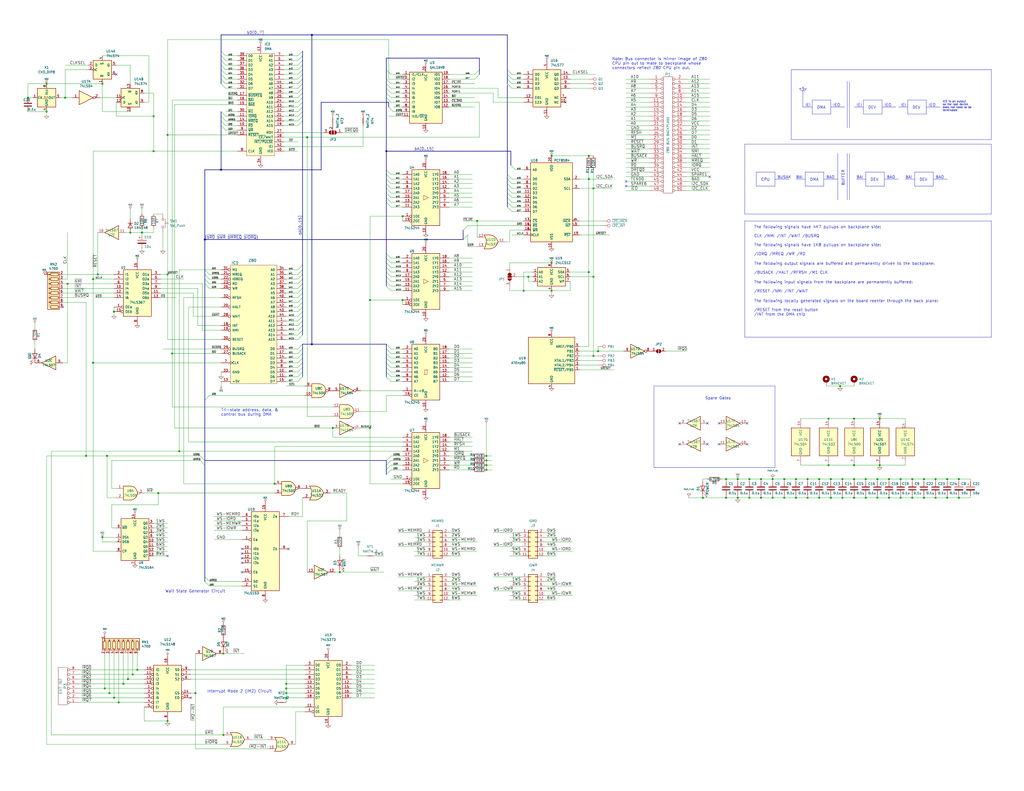
<source format=kicad_sch>
(kicad_sch (version 20230121) (generator eeschema)
  (paper "C")
  (junction (at 156.21 375.92))
  (junction (at 323.85 102.87))
  (junction (at 523.24 261.62))
  (junction (at 321.31 85.09))
  (junction (at 480.06 254))
  (junction (at 210.82 82.55))
  (junction (at 421.64 261.62))
  (junction (at 516.89 261.62))
  (junction (at 300.99 85.09))
  (junction (at 181.61 233.68))
  (junction (at 265.43 254))
  (junction (at 415.29 271.78))
  (junction (at 72.39 368.3))
  (junction (at 64.77 383.54))
  (junction (at 466.09 261.62))
  (junction (at 77.47 127))
  (junction (at 480.06 228.6))
  (junction (at 121.92 356.87))
  (junction (at 25.4 60.96))
  (junction (at 523.24 271.78))
  (junction (at 288.29 151.13))
  (junction (at 478.79 261.62))
  (junction (at 265.43 251.46))
  (junction (at 402.59 271.78))
  (junction (at 466.09 254))
  (junction (at 383.54 271.78))
  (junction (at 459.74 261.62))
  (junction (at 466.09 228.6))
  (junction (at 427.99 261.62))
  (junction (at 326.39 191.77))
  (junction (at 466.09 271.78))
  (junction (at 415.29 261.62))
  (junction (at 427.99 271.78))
  (junction (at 260.35 120.65))
  (junction (at 452.12 254))
  (junction (at 46.99 248.92))
  (junction (at 55.88 45.72))
  (junction (at 402.59 261.62))
  (junction (at 504.19 261.62))
  (junction (at 58.42 248.92))
  (junction (at 510.54 271.78))
  (junction (at 321.31 97.79))
  (junction (at 478.79 271.78))
  (junction (at 396.24 261.62))
  (junction (at 285.75 158.75))
  (junction (at 497.84 261.62))
  (junction (at 59.69 378.46))
  (junction (at 53.34 149.86))
  (junction (at 452.12 228.6))
  (junction (at 91.44 149.86))
  (junction (at 453.39 261.62))
  (junction (at 67.31 373.38))
  (junction (at 219.71 118.11))
  (junction (at 91.44 73.66))
  (junction (at 25.4 45.72))
  (junction (at 71.12 127))
  (junction (at 149.86 264.16))
  (junction (at 321.31 148.59))
  (junction (at 62.23 381))
  (junction (at 74.93 365.76))
  (junction (at 55.88 293.37))
  (junction (at 106.68 378.46))
  (junction (at 434.34 261.62))
  (junction (at 57.15 375.92))
  (junction (at 219.71 163.83))
  (junction (at 50.8 152.4))
  (junction (at 36.83 154.94))
  (junction (at 472.44 271.78))
  (junction (at 69.85 370.84))
  (junction (at 50.8 198.12))
  (junction (at 516.89 271.78))
  (junction (at 265.43 256.54))
  (junction (at 300.99 158.75))
  (junction (at 167.64 74.93))
  (junction (at 156.21 373.38))
  (junction (at 323.85 194.31))
  (junction (at 91.44 393.7))
  (junction (at 458.47 210.82))
  (junction (at 472.44 261.62))
  (junction (at 35.56 53.34))
  (junction (at 62.23 170.18))
  (junction (at 300.99 143.51))
  (junction (at 440.69 271.78))
  (junction (at 120.65 92.71))
  (junction (at 121.92 401.32))
  (junction (at 15.24 53.34))
  (junction (at 447.04 271.78))
  (junction (at 93.98 193.04))
  (junction (at 440.69 261.62))
  (junction (at 459.74 271.78))
  (junction (at 434.34 271.78))
  (junction (at 497.84 271.78))
  (junction (at 485.14 261.62))
  (junction (at 323.85 151.13))
  (junction (at 491.49 261.62))
  (junction (at 453.39 271.78))
  (junction (at 156.21 378.46))
  (junction (at 201.93 163.83))
  (junction (at 447.04 261.62))
  (junction (at 201.93 233.68))
  (junction (at 156.21 381))
  (junction (at 83.82 82.55))
  (junction (at 185.42 312.42))
  (junction (at 97.79 246.38))
  (junction (at 491.49 271.78))
  (junction (at 111.76 130.81))
  (junction (at 504.19 271.78))
  (junction (at 170.18 187.96))
  (junction (at 83.82 63.5))
  (junction (at 170.18 19.05))
  (junction (at 510.54 261.62))
  (junction (at 396.24 271.78))
  (junction (at 408.94 261.62))
  (junction (at 408.94 271.78))
  (junction (at 265.43 248.92))
  (junction (at 485.14 271.78))
  (junction (at 421.64 271.78))
  (junction (at 86.36 269.24))
  (no_connect (at 392.43 242.57))
  (no_connect (at 132.08 307.34))
  (no_connect (at 132.08 299.72))
  (no_connect (at 370.84 242.57))
  (no_connect (at 132.08 302.26))
  (no_connect (at 132.08 312.42))
  (no_connect (at 386.08 242.57))
  (no_connect (at 386.08 231.14))
  (no_connect (at 34.29 167.64))
  (no_connect (at 387.35 96.52))
  (no_connect (at 157.48 299.72))
  (no_connect (at 132.08 304.8))
  (no_connect (at 407.67 231.14))
  (no_connect (at 370.84 231.14))
  (no_connect (at 407.67 242.57))
  (no_connect (at 341.63 99.06))
  (no_connect (at 91.44 303.53))
  (no_connect (at 341.63 101.6))
  (no_connect (at 63.5 40.64))
  (no_connect (at 104.14 381))
  (no_connect (at 392.43 231.14))
  (bus_entry (at 114.3 149.86) (size -2.54 -2.54))
  (bus_entry (at 213.36 113.03) (size -2.54 -2.54))
  (bus_entry (at 276.86 107.95) (size 2.54 2.54))
  (bus_entry (at 213.36 107.95) (size -2.54 -2.54))
  (bus_entry (at 162.56 38.1) (size 2.54 -2.54))
  (bus_entry (at 210.82 259.08) (size 2.54 -2.54))
  (bus_entry (at 213.36 148.59) (size -2.54 -2.54))
  (bus_entry (at 162.56 60.96) (size 2.54 -2.54))
  (bus_entry (at 276.86 105.41) (size 2.54 2.54))
  (bus_entry (at 162.56 205.74) (size 2.54 -2.54))
  (bus_entry (at 114.3 154.94) (size -2.54 -2.54))
  (bus_entry (at 162.56 152.4) (size 2.54 -2.54))
  (bus_entry (at 162.56 40.64) (size 2.54 -2.54))
  (bus_entry (at 162.56 195.58) (size 2.54 -2.54))
  (bus_entry (at 162.56 203.2) (size 2.54 -2.54))
  (bus_entry (at 279.4 100.33) (size -2.54 -2.54))
  (bus_entry (at 162.56 33.02) (size 2.54 -2.54))
  (bus_entry (at 279.4 97.79) (size -2.54 -2.54))
  (bus_entry (at 213.36 50.8) (size -2.54 -2.54))
  (bus_entry (at 123.19 71.12) (size -2.54 -2.54))
  (bus_entry (at 213.36 158.75) (size -2.54 -2.54))
  (bus_entry (at 213.36 156.21) (size -2.54 -2.54))
  (bus_entry (at 213.36 95.25) (size -2.54 -2.54))
  (bus_entry (at 213.36 55.88) (size -2.54 -2.54))
  (bus_entry (at 162.56 45.72) (size 2.54 -2.54))
  (bus_entry (at 213.36 143.51) (size -2.54 -2.54))
  (bus_entry (at 279.4 40.64) (size -2.54 -2.54))
  (bus_entry (at 162.56 177.8) (size 2.54 -2.54))
  (bus_entry (at 114.3 157.48) (size -2.54 -2.54))
  (bus_entry (at 213.36 100.33) (size -2.54 -2.54))
  (bus_entry (at 162.56 165.1) (size 2.54 -2.54))
  (bus_entry (at 162.56 182.88) (size 2.54 -2.54))
  (bus_entry (at 252.73 125.73) (size 2.54 -2.54))
  (bus_entry (at 213.36 105.41) (size -2.54 -2.54))
  (bus_entry (at 162.56 208.28) (size 2.54 -2.54))
  (bus_entry (at 123.19 66.04) (size -2.54 -2.54))
  (bus_entry (at 162.56 200.66) (size 2.54 -2.54))
  (bus_entry (at 162.56 160.02) (size 2.54 -2.54))
  (bus_entry (at 114.3 152.4) (size -2.54 -2.54))
  (bus_entry (at 276.86 110.49) (size 2.54 2.54))
  (bus_entry (at 213.36 53.34) (size -2.54 -2.54))
  (bus_entry (at 210.82 251.46) (size 2.54 -2.54))
  (bus_entry (at 213.36 151.13) (size -2.54 -2.54))
  (bus_entry (at 213.36 110.49) (size -2.54 -2.54))
  (bus_entry (at 123.19 68.58) (size -2.54 -2.54))
  (bus_entry (at 162.56 190.5) (size 2.54 -2.54))
  (bus_entry (at 213.36 190.5) (size -2.54 -2.54))
  (bus_entry (at 111.76 317.5) (size 2.54 2.54))
  (bus_entry (at 210.82 254) (size 2.54 -2.54))
  (bus_entry (at 213.36 153.67) (size -2.54 -2.54))
  (bus_entry (at 213.36 140.97) (size -2.54 -2.54))
  (bus_entry (at 259.08 43.18) (size 2.54 -2.54))
  (bus_entry (at 259.08 40.64) (size 2.54 -2.54))
  (bus_entry (at 162.56 149.86) (size 2.54 -2.54))
  (bus_entry (at 123.19 33.02) (size -2.54 -2.54))
  (bus_entry (at 162.56 68.58) (size 2.54 -2.54))
  (bus_entry (at 210.82 256.54) (size 2.54 -2.54))
  (bus_entry (at 162.56 48.26) (size 2.54 -2.54))
  (bus_entry (at 162.56 193.04) (size 2.54 -2.54))
  (bus_entry (at 111.76 314.96) (size 2.54 2.54))
  (bus_entry (at 162.56 198.12) (size 2.54 -2.54))
  (bus_entry (at 213.36 205.74) (size -2.54 -2.54))
  (bus_entry (at 276.86 113.03) (size 2.54 2.54))
  (bus_entry (at 162.56 157.48) (size 2.54 -2.54))
  (bus_entry (at 213.36 200.66) (size -2.54 -2.54))
  (bus_entry (at 162.56 170.18) (size 2.54 -2.54))
  (bus_entry (at 162.56 175.26) (size 2.54 -2.54))
  (bus_entry (at 213.36 102.87) (size -2.54 -2.54))
  (bus_entry (at 214.63 60.96) (size -2.54 -2.54))
  (bus_entry (at 213.36 208.28) (size -2.54 -2.54))
  (bus_entry (at 281.305 92.71) (size -2.54 -2.54))
  (bus_entry (at 123.19 48.26) (size -2.54 -2.54))
  (bus_entry (at 213.36 40.64) (size -2.54 -2.54))
  (bus_entry (at 162.56 167.64) (size 2.54 -2.54))
  (bus_entry (at 123.19 45.72) (size -2.54 -2.54))
  (bus_entry (at 213.36 45.72) (size -2.54 -2.54))
  (bus_entry (at 162.56 53.34) (size 2.54 -2.54))
  (bus_entry (at 162.56 55.88) (size 2.54 -2.54))
  (bus_entry (at 213.36 146.05) (size -2.54 -2.54))
  (bus_entry (at 252.73 130.81) (size 2.54 -2.54))
  (bus_entry (at 279.4 43.18) (size -2.54 -2.54))
  (bus_entry (at 162.56 162.56) (size 2.54 -2.54))
  (bus_entry (at 162.56 63.5) (size 2.54 -2.54))
  (bus_entry (at 123.19 43.18) (size -2.54 -2.54))
  (bus_entry (at 276.86 102.87) (size 2.54 2.54))
  (bus_entry (at 276.86 100.33) (size 2.54 2.54))
  (bus_entry (at 123.19 63.5) (size -2.54 -2.54))
  (bus_entry (at 111.76 218.44) (size 2.54 -2.54))
  (bus_entry (at 123.19 30.48) (size -2.54 -2.54))
  (bus_entry (at 162.56 58.42) (size 2.54 -2.54))
  (bus_entry (at 162.56 180.34) (size 2.54 -2.54))
  (bus_entry (at 213.36 203.2) (size -2.54 -2.54))
  (bus_entry (at 109.22 251.46) (size 2.54 2.54))
  (bus_entry (at 162.56 185.42) (size 2.54 -2.54))
  (bus_entry (at 213.36 193.04) (size -2.54 -2.54))
  (bus_entry (at 162.56 35.56) (size 2.54 -2.54))
  (bus_entry (at 279.4 45.72) (size -2.54 -2.54))
  (bus_entry (at 109.22 248.92) (size 2.54 2.54))
  (bus_entry (at 213.36 97.79) (size -2.54 -2.54))
  (bus_entry (at 165.1 144.78) (size -2.54 2.54))
  (bus_entry (at 162.56 43.18) (size 2.54 -2.54))
  (bus_entry (at 162.56 172.72) (size 2.54 -2.54))
  (bus_entry (at 213.36 198.12) (size -2.54 -2.54))
  (bus_entry (at 279.4 48.26) (size -2.54 -2.54))
  (bus_entry (at 162.56 30.48) (size 2.54 -2.54))
  (bus_entry (at 162.56 66.04) (size 2.54 -2.54))
  (bus_entry (at 123.19 40.64) (size -2.54 -2.54))
  (bus_entry (at 123.19 38.1) (size -2.54 -2.54))
  (bus_entry (at 162.56 50.8) (size 2.54 -2.54))
  (bus_entry (at 162.56 154.94) (size 2.54 -2.54))
  (bus_entry (at 213.36 195.58) (size -2.54 -2.54))
  (bus_entry (at 123.19 35.56) (size -2.54 -2.54))
  (bus_entry (at 213.36 48.26) (size -2.54 -2.54))
  (polyline (pts (xy 412.75 99.06) (xy 412.75 93.98)))
  (bus (pts (xy 261.62 38.1) (xy 261.62 40.64)))
  (wire (pts (xy 129.54 45.72) (xy 123.19 45.72)))
  (wire (pts (xy 374.65 58.42) (xy 387.35 58.42)))
  (wire (pts (xy 383.54 271.78) (xy 396.24 271.78)))
  (polyline (pts (xy 541.02 116.84) (xy 406.4 116.84)))
  (wire (pts (xy 523.24 261.62) (xy 529.59 261.62)))
  (wire (pts (xy 316.23 199.39) (xy 326.39 199.39)))
  (wire (pts (xy 154.94 82.55) (xy 162.56 82.55)))
  (wire (pts (xy 167.64 74.93) (xy 167.64 227.33)))
  (wire (pts (xy 77.47 127) (xy 77.47 124.46)))
  (wire (pts (xy 34.29 152.4) (xy 36.83 152.4)))
  (wire (pts (xy 83.82 298.45) (xy 91.44 298.45)))
  (wire (pts (xy 69.85 356.87) (xy 69.85 370.84)))
  (wire (pts (xy 25.4 248.92) (xy 46.99 248.92)))
  (wire (pts (xy 219.71 97.79) (xy 213.36 97.79)))
  (wire (pts (xy 54.61 53.34) (xy 63.5 53.34)))
  (wire (pts (xy 25.4 406.4) (xy 25.4 248.92)))
  (wire (pts (xy 91.44 73.66) (xy 129.54 73.66)))
  (wire (pts (xy 129.54 43.18) (xy 123.19 43.18)))
  (bus (pts (xy 120.65 40.64) (xy 120.65 43.18)))
  (wire (pts (xy 504.19 270.51) (xy 504.19 271.78)))
  (wire (pts (xy 341.63 45.72) (xy 354.33 45.72)))
  (bus (pts (xy 120.65 19.05) (xy 170.18 19.05)))
  (polyline (pts (xy 482.6 97.79) (xy 490.22 97.79)))
  (bus (pts (xy 210.82 82.55) (xy 278.765 82.55)))
  (wire (pts (xy 279.4 128.27) (xy 285.75 128.27)))
  (wire (pts (xy 77.47 137.16) (xy 77.47 135.89)))
  (wire (pts (xy 129.54 48.26) (xy 123.19 48.26)))
  (wire (pts (xy 63.5 288.29) (xy 60.96 288.29)))
  (wire (pts (xy 245.11 246.38) (xy 257.81 246.38)))
  (wire (pts (xy 129.54 71.12) (xy 123.19 71.12)))
  (wire (pts (xy 120.65 152.4) (xy 114.3 152.4)))
  (wire (pts (xy 265.43 251.46) (xy 265.43 254)))
  (wire (pts (xy 245.11 208.28) (xy 257.81 208.28)))
  (polyline (pts (xy 499.11 99.06) (xy 499.11 101.6)))
  (polyline (pts (xy 505.46 58.42) (xy 513.08 58.42)))
  (wire (pts (xy 212.09 21.59) (xy 91.44 21.59)))
  (wire (pts (xy 93.98 193.04) (xy 93.98 54.61)))
  (wire (pts (xy 154.94 35.56) (xy 162.56 35.56)))
  (wire (pts (xy 491.49 261.62) (xy 497.84 261.62)))
  (wire (pts (xy 57.15 356.87) (xy 57.15 375.92)))
  (wire (pts (xy 300.99 158.75) (xy 285.75 158.75)))
  (wire (pts (xy 245.11 322.58) (xy 251.46 322.58)))
  (wire (pts (xy 55.88 295.91) (xy 63.5 295.91)))
  (wire (pts (xy 35.56 53.34) (xy 39.37 53.34)))
  (wire (pts (xy 154.94 30.48) (xy 162.56 30.48)))
  (wire (pts (xy 374.65 73.66) (xy 387.35 73.66)))
  (wire (pts (xy 516.89 261.62) (xy 523.24 261.62)))
  (wire (pts (xy 83.82 303.53) (xy 91.44 303.53)))
  (wire (pts (xy 87.63 157.48) (xy 107.95 157.48)))
  (wire (pts (xy 245.11 43.18) (xy 259.08 43.18)))
  (polyline (pts (xy 406.4 120.65) (xy 541.02 120.65)))
  (wire (pts (xy 374.65 63.5) (xy 387.35 63.5)))
  (wire (pts (xy 245.11 156.21) (xy 257.81 156.21)))
  (wire (pts (xy 185.42 292.1) (xy 185.42 289.56)))
  (wire (pts (xy 78.74 269.24) (xy 86.36 269.24)))
  (polyline (pts (xy 541.02 184.15) (xy 406.4 184.15)))
  (wire (pts (xy 154.94 55.88) (xy 162.56 55.88)))
  (wire (pts (xy 120.65 203.2) (xy 120.65 205.74)))
  (wire (pts (xy 78.74 386.08) (xy 78.74 393.7)))
  (wire (pts (xy 121.92 356.87) (xy 121.92 355.6)))
  (wire (pts (xy 87.63 149.86) (xy 91.44 149.86)))
  (polyline (pts (xy 453.39 58.42) (xy 461.01 58.42)))
  (wire (pts (xy 341.63 78.74) (xy 354.33 78.74)))
  (wire (pts (xy 83.82 290.83) (xy 91.44 290.83)))
  (wire (pts (xy 43.18 368.3) (xy 72.39 368.3)))
  (wire (pts (xy 219.71 107.95) (xy 213.36 107.95)))
  (wire (pts (xy 55.88 30.48) (xy 81.28 30.48)))
  (wire (pts (xy 36.83 127) (xy 36.83 152.4)))
  (wire (pts (xy 201.93 264.16) (xy 219.71 264.16)))
  (wire (pts (xy 447.04 261.62) (xy 447.04 262.89)))
  (wire (pts (xy 269.24 322.58) (xy 284.48 322.58)))
  (polyline (pts (xy 439.42 93.98) (xy 449.58 93.98)))
  (polyline (pts (xy 481.33 58.42) (xy 488.95 58.42)))
  (wire (pts (xy 279.4 113.03) (xy 285.75 113.03)))
  (bus (pts (xy 210.82 203.2) (xy 210.82 205.74)))
  (wire (pts (xy 77.47 127) (xy 83.82 127)))
  (wire (pts (xy 226.06 320.04) (xy 232.41 320.04)))
  (wire (pts (xy 25.4 45.72) (xy 55.88 45.72)))
  (wire (pts (xy 219.71 113.03) (xy 213.36 113.03)))
  (wire (pts (xy 43.18 383.54) (xy 64.77 383.54)))
  (wire (pts (xy 191.77 375.92) (xy 204.47 375.92)))
  (wire (pts (xy 494.03 228.6) (xy 494.03 231.14)))
  (wire (pts (xy 195.58 298.45) (xy 195.58 303.53)))
  (bus (pts (xy 165.1 43.18) (xy 165.1 45.72)))
  (wire (pts (xy 434.34 261.62) (xy 434.34 262.89)))
  (wire (pts (xy 191.77 370.84) (xy 204.47 370.84)))
  (bus (pts (xy 210.82 95.25) (xy 210.82 97.79)))
  (wire (pts (xy 316.23 196.85) (xy 326.39 196.85)))
  (wire (pts (xy 323.85 194.31) (xy 316.23 194.31)))
  (wire (pts (xy 279.4 102.87) (xy 285.75 102.87)))
  (wire (pts (xy 62.23 381) (xy 78.74 381)))
  (bus (pts (xy 210.82 254) (xy 210.82 256.54)))
  (bus (pts (xy 120.65 66.04) (xy 120.65 68.58)))
  (polyline (pts (xy 449.58 93.98) (xy 449.58 101.6)))
  (wire (pts (xy 219.71 50.8) (xy 213.36 50.8)))
  (wire (pts (xy 245.11 248.92) (xy 257.81 248.92)))
  (bus (pts (xy 120.65 19.05) (xy 120.65 27.94)))
  (wire (pts (xy 95.25 233.68) (xy 181.61 233.68)))
  (wire (pts (xy 129.54 33.02) (xy 123.19 33.02)))
  (wire (pts (xy 245.11 148.59) (xy 257.81 148.59)))
  (wire (pts (xy 78.74 393.7) (xy 91.44 393.7)))
  (wire (pts (xy 269.24 55.88) (xy 285.75 55.88)))
  (wire (pts (xy 341.63 43.18) (xy 354.33 43.18)))
  (wire (pts (xy 156.21 147.32) (xy 162.56 147.32)))
  (wire (pts (xy 252.73 120.65) (xy 260.35 120.65)))
  (bus (pts (xy 210.82 97.79) (xy 210.82 100.33)))
  (bus (pts (xy 120.65 35.56) (xy 120.65 38.1)))
  (wire (pts (xy 341.63 73.66) (xy 354.33 73.66)))
  (bus (pts (xy 210.82 195.58) (xy 210.82 198.12)))
  (wire (pts (xy 156.21 185.42) (xy 162.56 185.42)))
  (wire (pts (xy 245.11 203.2) (xy 257.81 203.2)))
  (wire (pts (xy 245.11 55.88) (xy 261.62 55.88)))
  (wire (pts (xy 374.65 83.82) (xy 387.35 83.82)))
  (wire (pts (xy 311.15 40.64) (xy 325.12 40.64)))
  (bus (pts (xy 210.82 48.26) (xy 210.82 50.8)))
  (wire (pts (xy 374.65 48.26) (xy 387.35 48.26)))
  (wire (pts (xy 245.11 48.26) (xy 271.78 48.26)))
  (wire (pts (xy 219.71 198.12) (xy 213.36 198.12)))
  (polyline (pts (xy 356.87 210.82) (xy 356.87 255.27)))
  (wire (pts (xy 88.9 190.5) (xy 120.65 190.5)))
  (wire (pts (xy 226.06 300.99) (xy 232.41 300.99)))
  (polyline (pts (xy 438.15 49.53) (xy 438.15 58.42)))
  (bus (pts (xy 165.1 193.04) (xy 165.1 195.58)))
  (wire (pts (xy 278.13 158.75) (xy 285.75 158.75)))
  (wire (pts (xy 154.94 58.42) (xy 162.56 58.42)))
  (wire (pts (xy 440.69 270.51) (xy 440.69 271.78)))
  (polyline (pts (xy 505.46 62.23) (xy 495.3 62.23)))
  (polyline (pts (xy 422.91 101.6) (xy 412.75 101.6)))
  (polyline (pts (xy 482.6 101.6) (xy 472.44 101.6)))
  (bus (pts (xy 210.82 53.34) (xy 210.82 82.55)))
  (wire (pts (xy 156.21 373.38) (xy 156.21 375.92)))
  (wire (pts (xy 341.63 55.88) (xy 354.33 55.88)))
  (wire (pts (xy 219.71 105.41) (xy 213.36 105.41)))
  (wire (pts (xy 269.24 298.45) (xy 284.48 298.45)))
  (wire (pts (xy 67.31 356.87) (xy 67.31 373.38)))
  (bus (pts (xy 210.82 38.1) (xy 210.82 43.18)))
  (wire (pts (xy 341.63 48.26) (xy 354.33 48.26)))
  (wire (pts (xy 374.65 60.96) (xy 387.35 60.96)))
  (bus (pts (xy 111.76 254) (xy 111.76 314.96)))
  (wire (pts (xy 156.21 193.04) (xy 162.56 193.04)))
  (wire (pts (xy 78.74 373.38) (xy 67.31 373.38)))
  (wire (pts (xy 93.98 54.61) (xy 129.54 54.61)))
  (bus (pts (xy 111.76 154.94) (xy 111.76 218.44)))
  (bus (pts (xy 165.1 45.72) (xy 165.1 48.26)))
  (wire (pts (xy 415.29 261.62) (xy 415.29 262.89)))
  (wire (pts (xy 226.06 317.5) (xy 232.41 317.5)))
  (wire (pts (xy 87.63 154.94) (xy 110.49 154.94)))
  (wire (pts (xy 290.83 151.13) (xy 288.29 151.13)))
  (wire (pts (xy 245.11 254) (xy 257.81 254)))
  (wire (pts (xy 466.09 270.51) (xy 466.09 271.78)))
  (polyline (pts (xy 449.58 97.79) (xy 457.2 97.79)))
  (wire (pts (xy 447.04 261.62) (xy 453.39 261.62)))
  (bus (pts (xy 165.1 180.34) (xy 165.1 182.88)))
  (wire (pts (xy 52.07 162.56) (xy 62.23 162.56)))
  (bus (pts (xy 276.86 100.33) (xy 276.86 102.87)))
  (polyline (pts (xy 453.39 62.23) (xy 443.23 62.23)))
  (wire (pts (xy 383.54 262.89) (xy 383.54 261.62)))
  (wire (pts (xy 19.05 190.5) (xy 19.05 186.69)))
  (wire (pts (xy 226.06 303.53) (xy 232.41 303.53)))
  (polyline (pts (xy 482.6 93.98) (xy 482.6 101.6)))
  (wire (pts (xy 156.21 172.72) (xy 162.56 172.72)))
  (bus (pts (xy 165.1 53.34) (xy 165.1 55.88)))
  (polyline (pts (xy 412.75 93.98) (xy 422.91 93.98)))
  (polyline (pts (xy 422.91 210.82) (xy 356.87 210.82)))
  (bus (pts (xy 276.86 102.87) (xy 276.86 105.41)))
  (wire (pts (xy 165.1 271.78) (xy 165.1 281.94)))
  (wire (pts (xy 156.21 203.2) (xy 162.56 203.2)))
  (wire (pts (xy 341.63 63.5) (xy 354.33 63.5)))
  (wire (pts (xy 278.13 303.53) (xy 284.48 303.53)))
  (wire (pts (xy 57.15 375.92) (xy 78.74 375.92)))
  (wire (pts (xy 189.23 269.24) (xy 189.23 284.48)))
  (wire (pts (xy 149.86 264.16) (xy 149.86 243.84)))
  (bus (pts (xy 165.1 195.58) (xy 165.1 198.12)))
  (bus (pts (xy 120.65 27.94) (xy 120.65 30.48)))
  (wire (pts (xy 62.23 170.18) (xy 62.23 172.72)))
  (polyline (pts (xy 406.4 78.74) (xy 406.4 116.84)))
  (wire (pts (xy 278.13 125.73) (xy 278.13 132.08)))
  (wire (pts (xy 245.11 107.95) (xy 257.81 107.95)))
  (wire (pts (xy 374.65 55.88) (xy 387.35 55.88)))
  (wire (pts (xy 297.18 317.5) (xy 303.53 317.5)))
  (wire (pts (xy 326.39 189.23) (xy 326.39 191.77)))
  (wire (pts (xy 219.71 208.28) (xy 213.36 208.28)))
  (wire (pts (xy 321.31 97.79) (xy 334.01 97.79)))
  (wire (pts (xy 245.11 140.97) (xy 257.81 140.97)))
  (wire (pts (xy 383.54 261.62) (xy 386.08 261.62)))
  (wire (pts (xy 245.11 158.75) (xy 257.81 158.75)))
  (bus (pts (xy 261.62 31.75) (xy 261.62 38.1)))
  (wire (pts (xy 245.11 256.54) (xy 257.81 256.54)))
  (wire (pts (xy 110.49 154.94) (xy 110.49 180.34)))
  (wire (pts (xy 154.94 72.39) (xy 176.53 72.39)))
  (wire (pts (xy 185.42 303.53) (xy 185.42 299.72)))
  (wire (pts (xy 374.65 99.06) (xy 387.35 99.06)))
  (wire (pts (xy 341.63 101.6) (xy 354.33 101.6)))
  (wire (pts (xy 43.18 375.92) (xy 57.15 375.92)))
  (polyline (pts (xy 434.34 97.79) (xy 439.42 97.79)))
  (wire (pts (xy 402.59 261.62) (xy 408.94 261.62)))
  (bus (pts (xy 165.1 48.26) (xy 165.1 50.8)))
  (wire (pts (xy 245.11 58.42) (xy 259.08 58.42)))
  (wire (pts (xy 219.71 153.67) (xy 213.36 153.67)))
  (wire (pts (xy 100.33 162.56) (xy 120.65 162.56)))
  (wire (pts (xy 156.21 200.66) (xy 162.56 200.66)))
  (bus (pts (xy 276.86 107.95) (xy 276.86 110.49)))
  (wire (pts (xy 415.29 271.78) (xy 421.64 271.78)))
  (wire (pts (xy 288.29 153.67) (xy 290.83 153.67)))
  (polyline (pts (xy 481.33 62.23) (xy 471.17 62.23)))
  (polyline (pts (xy 412.75 99.06) (xy 412.75 101.6)))
  (bus (pts (xy 165.1 30.48) (xy 165.1 33.02)))
  (wire (pts (xy 219.71 156.21) (xy 213.36 156.21)))
  (wire (pts (xy 58.42 248.92) (xy 109.22 248.92)))
  (wire (pts (xy 124.46 52.07) (xy 129.54 52.07)))
  (wire (pts (xy 60.96 251.46) (xy 60.96 266.7)))
  (polyline (pts (xy 457.2 83.82) (xy 457.2 109.22)))
  (bus (pts (xy 210.82 187.96) (xy 210.82 190.5)))
  (wire (pts (xy 297.18 295.91) (xy 312.42 295.91)))
  (wire (pts (xy 63.5 35.56) (xy 71.12 35.56)))
  (wire (pts (xy 219.71 60.96) (xy 214.63 60.96)))
  (wire (pts (xy 83.82 293.37) (xy 91.44 293.37)))
  (wire (pts (xy 415.29 270.51) (xy 415.29 271.78)))
  (wire (pts (xy 83.82 82.55) (xy 129.54 82.55)))
  (polyline (pts (xy 509.27 93.98) (xy 509.27 101.6)))
  (bus (pts (xy 120.65 60.96) (xy 120.65 63.5)))
  (bus (pts (xy 210.82 140.97) (xy 210.82 143.51)))
  (wire (pts (xy 245.11 146.05) (xy 257.81 146.05)))
  (wire (pts (xy 156.21 162.56) (xy 162.56 162.56)))
  (wire (pts (xy 217.17 298.45) (xy 232.41 298.45)))
  (wire (pts (xy 374.65 86.36) (xy 387.35 86.36)))
  (polyline (pts (xy 495.3 59.69) (xy 495.3 62.23)))
  (wire (pts (xy 219.71 193.04) (xy 213.36 193.04)))
  (bus (pts (xy 210.82 193.04) (xy 210.82 195.58)))
  (wire (pts (xy 323.85 92.71) (xy 323.85 102.87)))
  (bus (pts (xy 165.1 162.56) (xy 165.1 165.1)))
  (wire (pts (xy 453.39 261.62) (xy 453.39 262.89)))
  (wire (pts (xy 15.24 60.96) (xy 25.4 60.96)))
  (wire (pts (xy 383.54 270.51) (xy 383.54 271.78)))
  (wire (pts (xy 374.65 76.2) (xy 387.35 76.2)))
  (wire (pts (xy 485.14 271.78) (xy 491.49 271.78)))
  (wire (pts (xy 497.84 271.78) (xy 504.19 271.78)))
  (wire (pts (xy 50.8 198.12) (xy 120.65 198.12)))
  (wire (pts (xy 300.99 158.75) (xy 300.99 161.29)))
  (wire (pts (xy 95.25 57.15) (xy 95.25 233.68)))
  (wire (pts (xy 25.4 406.4) (xy 121.92 406.4)))
  (wire (pts (xy 67.31 373.38) (xy 43.18 373.38)))
  (wire (pts (xy 217.17 314.96) (xy 232.41 314.96)))
  (wire (pts (xy 402.59 271.78) (xy 408.94 271.78)))
  (wire (pts (xy 341.63 68.58) (xy 354.33 68.58)))
  (wire (pts (xy 245.11 298.45) (xy 251.46 298.45)))
  (wire (pts (xy 100.33 264.16) (xy 149.86 264.16)))
  (wire (pts (xy 62.23 167.64) (xy 62.23 170.18)))
  (wire (pts (xy 83.82 124.46) (xy 83.82 127)))
  (wire (pts (xy 34.29 157.48) (xy 62.23 157.48)))
  (wire (pts (xy 453.39 270.51) (xy 453.39 271.78)))
  (wire (pts (xy 316.23 123.19) (xy 328.93 123.19)))
  (bus (pts (xy 165.1 66.04) (xy 165.1 144.78)))
  (wire (pts (xy 265.43 231.14) (xy 265.43 248.92)))
  (polyline (pts (xy 541.02 120.65) (xy 541.02 184.15)))
  (wire (pts (xy 219.71 102.87) (xy 213.36 102.87)))
  (wire (pts (xy 83.82 63.5) (xy 83.82 82.55)))
  (wire (pts (xy 154.94 33.02) (xy 162.56 33.02)))
  (wire (pts (xy 321.31 189.23) (xy 316.23 189.23)))
  (bus (pts (xy 210.82 251.46) (xy 111.76 251.46)))
  (wire (pts (xy 311.15 45.72) (xy 321.31 45.72)))
  (bus (pts (xy 210.82 190.5) (xy 210.82 193.04)))
  (wire (pts (xy 316.23 191.77) (xy 326.39 191.77)))
  (wire (pts (xy 323.85 102.87) (xy 323.85 151.13)))
  (wire (pts (xy 154.94 77.47) (xy 162.56 77.47)))
  (wire (pts (xy 116.84 294.64) (xy 132.08 294.64)))
  (wire (pts (xy 415.29 261.62) (xy 421.64 261.62)))
  (wire (pts (xy 452.12 254) (xy 466.09 254)))
  (wire (pts (xy 156.21 375.92) (xy 166.37 375.92)))
  (wire (pts (xy 311.15 48.26) (xy 321.31 48.26)))
  (wire (pts (xy 226.06 327.66) (xy 232.41 327.66)))
  (wire (pts (xy 459.74 271.78) (xy 466.09 271.78)))
  (wire (pts (xy 219.71 95.25) (xy 213.36 95.25)))
  (wire (pts (xy 436.88 228.6) (xy 452.12 228.6)))
  (wire (pts (xy 213.36 251.46) (xy 219.71 251.46)))
  (wire (pts (xy 297.18 325.12) (xy 312.42 325.12)))
  (wire (pts (xy 219.71 55.88) (xy 213.36 55.88)))
  (wire (pts (xy 212.09 43.18) (xy 219.71 43.18)))
  (wire (pts (xy 245.11 50.8) (xy 269.24 50.8)))
  (wire (pts (xy 34.29 162.56) (xy 46.99 162.56)))
  (wire (pts (xy 156.21 149.86) (xy 162.56 149.86)))
  (wire (pts (xy 472.44 261.62) (xy 478.79 261.62)))
  (wire (pts (xy 458.47 210.82) (xy 466.09 210.82)))
  (wire (pts (xy 185.42 312.42) (xy 209.55 312.42)))
  (bus (pts (xy 210.82 50.8) (xy 210.82 53.34)))
  (wire (pts (xy 15.24 45.72) (xy 25.4 45.72)))
  (wire (pts (xy 217.17 290.83) (xy 232.41 290.83)))
  (polyline (pts (xy 436.88 49.53) (xy 439.42 49.53)))
  (bus (pts (xy 210.82 31.75) (xy 210.82 38.1)))
  (wire (pts (xy 510.54 261.62) (xy 510.54 262.89)))
  (wire (pts (xy 154.94 63.5) (xy 162.56 63.5)))
  (wire (pts (xy 278.13 156.21) (xy 278.13 158.75)))
  (wire (pts (xy 83.82 82.55) (xy 50.8 82.55)))
  (wire (pts (xy 199.39 303.53) (xy 195.58 303.53)))
  (wire (pts (xy 191.77 378.46) (xy 204.47 378.46)))
  (wire (pts (xy 480.06 254) (xy 494.03 254)))
  (wire (pts (xy 271.78 53.34) (xy 285.75 53.34)))
  (wire (pts (xy 191.77 365.76) (xy 204.47 365.76)))
  (wire (pts (xy 341.63 50.8) (xy 354.33 50.8)))
  (wire (pts (xy 154.94 45.72) (xy 162.56 45.72)))
  (wire (pts (xy 95.25 57.15) (xy 129.54 57.15)))
  (wire (pts (xy 36.83 154.94) (xy 62.23 154.94)))
  (wire (pts (xy 86.36 269.24) (xy 149.86 269.24)))
  (wire (pts (xy 288.29 151.13) (xy 288.29 153.67)))
  (wire (pts (xy 156.21 198.12) (xy 162.56 198.12)))
  (polyline (pts (xy 541.02 38.1) (xy 541.02 76.2)))
  (wire (pts (xy 278.13 143.51) (xy 300.99 143.51)))
  (wire (pts (xy 81.28 55.88) (xy 78.74 55.88)))
  (wire (pts (xy 300.99 85.09) (xy 321.31 85.09)))
  (wire (pts (xy 297.18 322.58) (xy 303.53 322.58)))
  (wire (pts (xy 219.71 120.65) (xy 219.71 118.11)))
  (wire (pts (xy 261.62 74.93) (xy 261.62 55.88)))
  (wire (pts (xy 105.41 172.72) (xy 120.65 172.72)))
  (wire (pts (xy 321.31 85.09) (xy 323.85 85.09)))
  (wire (pts (xy 494.03 254) (xy 494.03 251.46)))
  (bus (pts (xy 165.1 149.86) (xy 165.1 152.4)))
  (polyline (pts (xy 481.33 54.61) (xy 481.33 62.23)))
  (bus (pts (xy 276.86 110.49) (xy 276.86 113.03)))
  (wire (pts (xy 74.93 365.76) (xy 78.74 365.76)))
  (polyline (pts (xy 463.55 44.45) (xy 463.55 69.85)))
  (wire (pts (xy 104.14 378.46) (xy 106.68 378.46)))
  (wire (pts (xy 116.84 289.56) (xy 132.08 289.56)))
  (bus (pts (xy 165.1 33.02) (xy 165.1 35.56)))
  (polyline (pts (xy 422.91 93.98) (xy 422.91 101.6)))
  (wire (pts (xy 321.31 92.71) (xy 321.31 97.79)))
  (wire (pts (xy 245.11 113.03) (xy 257.81 113.03)))
  (wire (pts (xy 156.21 210.82) (xy 166.37 210.82)))
  (wire (pts (xy 245.11 143.51) (xy 257.81 143.51)))
  (wire (pts (xy 323.85 151.13) (xy 311.15 151.13)))
  (wire (pts (xy 156.21 381) (xy 156.21 383.54)))
  (bus (pts (xy 165.1 147.32) (xy 165.1 149.86)))
  (wire (pts (xy 323.85 151.13) (xy 323.85 194.31)))
  (wire (pts (xy 156.21 165.1) (xy 162.56 165.1)))
  (wire (pts (xy 341.63 66.04) (xy 354.33 66.04)))
  (wire (pts (xy 529.59 261.62) (xy 529.59 262.89)))
  (wire (pts (xy 265.43 254) (xy 268.605 254)))
  (wire (pts (xy 436.88 254) (xy 452.12 254)))
  (wire (pts (xy 219.71 190.5) (xy 213.36 190.5)))
  (wire (pts (xy 245.11 95.25) (xy 257.81 95.25)))
  (wire (pts (xy 156.21 182.88) (xy 162.56 182.88)))
  (wire (pts (xy 104.14 370.84) (xy 166.37 370.84)))
  (wire (pts (xy 459.74 261.62) (xy 466.09 261.62)))
  (wire (pts (xy 210.82 224.79) (xy 210.82 215.9)))
  (wire (pts (xy 427.99 270.51) (xy 427.99 271.78)))
  (wire (pts (xy 374.65 91.44) (xy 387.35 91.44)))
  (wire (pts (xy 156.21 167.64) (xy 162.56 167.64)))
  (bus (pts (xy 210.82 102.87) (xy 210.82 105.41)))
  (wire (pts (xy 191.77 363.22) (xy 204.47 363.22)))
  (wire (pts (xy 219.71 163.83) (xy 201.93 163.83)))
  (wire (pts (xy 212.09 21.59) (xy 212.09 43.18)))
  (wire (pts (xy 393.7 261.62) (xy 396.24 261.62)))
  (wire (pts (xy 154.94 40.64) (xy 162.56 40.64)))
  (wire (pts (xy 341.63 60.96) (xy 354.33 60.96)))
  (wire (pts (xy 245.11 193.04) (xy 257.81 193.04)))
  (wire (pts (xy 35.56 35.56) (xy 48.26 35.56)))
  (wire (pts (xy 219.71 58.42) (xy 214.63 58.42)))
  (wire (pts (xy 204.47 303.53) (xy 209.55 303.53)))
  (wire (pts (xy 402.59 261.62) (xy 402.59 262.89)))
  (wire (pts (xy 71.12 35.56) (xy 71.12 45.72)))
  (bus (pts (xy 165.1 203.2) (xy 165.1 205.74)))
  (wire (pts (xy 269.24 314.96) (xy 284.48 314.96)))
  (wire (pts (xy 285.75 97.79) (xy 279.4 97.79)))
  (wire (pts (xy 154.94 43.18) (xy 162.56 43.18)))
  (wire (pts (xy 245.11 40.64) (xy 259.08 40.64)))
  (wire (pts (xy 191.77 373.38) (xy 204.47 373.38)))
  (bus (pts (xy 111.76 92.71) (xy 120.65 92.71)))
  (wire (pts (xy 35.56 38.1) (xy 48.26 38.1)))
  (wire (pts (xy 504.19 261.62) (xy 510.54 261.62)))
  (polyline (pts (xy 509.27 97.79) (xy 516.89 97.79)))
  (bus (pts (xy 165.1 58.42) (xy 165.1 60.96)))
  (wire (pts (xy 156.21 170.18) (xy 162.56 170.18)))
  (wire (pts (xy 278.13 295.91) (xy 284.48 295.91)))
  (wire (pts (xy 278.13 300.99) (xy 284.48 300.99)))
  (wire (pts (xy 440.69 271.78) (xy 447.04 271.78)))
  (wire (pts (xy 297.18 327.66) (xy 303.53 327.66)))
  (bus (pts (xy 111.76 218.44) (xy 111.76 251.46)))
  (polyline (pts (xy 406.4 78.74) (xy 541.02 78.74)))
  (wire (pts (xy 245.11 241.3) (xy 257.81 241.3)))
  (wire (pts (xy 137.16 403.86) (xy 146.05 403.86)))
  (wire (pts (xy 466.09 271.78) (xy 472.44 271.78)))
  (wire (pts (xy 321.31 148.59) (xy 311.15 148.59)))
  (wire (pts (xy 156.21 381) (xy 166.37 381)))
  (wire (pts (xy 491.49 261.62) (xy 491.49 262.89)))
  (bus (pts (xy 276.86 97.79) (xy 276.86 100.33)))
  (wire (pts (xy 191.77 368.3) (xy 204.47 368.3)))
  (wire (pts (xy 116.84 281.94) (xy 132.08 281.94)))
  (wire (pts (xy 219.71 140.97) (xy 213.36 140.97)))
  (wire (pts (xy 219.71 143.51) (xy 213.36 143.51)))
  (wire (pts (xy 181.61 227.33) (xy 167.64 227.33)))
  (bus (pts (xy 120.65 63.5) (xy 120.65 66.04)))
  (wire (pts (xy 516.89 270.51) (xy 516.89 271.78)))
  (wire (pts (xy 129.54 30.48) (xy 123.19 30.48)))
  (wire (pts (xy 279.4 107.95) (xy 285.75 107.95)))
  (wire (pts (xy 316.23 128.27) (xy 332.74 128.27)))
  (wire (pts (xy 245.11 200.66) (xy 257.81 200.66)))
  (polyline (pts (xy 466.09 58.42) (xy 471.17 58.42)))
  (wire (pts (xy 107.95 177.8) (xy 120.65 177.8)))
  (bus (pts (xy 276.86 105.41) (xy 276.86 107.95)))
  (wire (pts (xy 326.39 191.77) (xy 340.36 191.77)))
  (wire (pts (xy 472.44 262.89) (xy 472.44 261.62)))
  (polyline (pts (xy 472.44 93.98) (xy 482.6 93.98)))
  (wire (pts (xy 497.84 261.62) (xy 504.19 261.62)))
  (wire (pts (xy 15.24 45.72) (xy 15.24 53.34)))
  (wire (pts (xy 297.18 298.45) (xy 303.53 298.45)))
  (wire (pts (xy 102.87 167.64) (xy 102.87 241.3)))
  (wire (pts (xy 341.63 58.42) (xy 354.33 58.42)))
  (wire (pts (xy 245.11 314.96) (xy 251.46 314.96)))
  (bus (pts (xy 165.1 154.94) (xy 165.1 157.48)))
  (wire (pts (xy 181.61 233.68) (xy 181.61 238.76)))
  (wire (pts (xy 91.44 21.59) (xy 91.44 73.66)))
  (wire (pts (xy 189.23 284.48) (xy 167.64 284.48)))
  (bus (pts (xy 120.65 43.18) (xy 120.65 45.72)))
  (polyline (pts (xy 439.42 99.06) (xy 439.42 93.98)))
  (wire (pts (xy 245.11 295.91) (xy 260.35 295.91)))
  (polyline (pts (xy 406.4 120.65) (xy 406.4 184.15)))
  (wire (pts (xy 219.71 110.49) (xy 213.36 110.49)))
  (bus (pts (xy 111.76 314.96) (xy 111.76 317.5)))
  (wire (pts (xy 156.21 378.46) (xy 156.21 381)))
  (polyline (pts (xy 439.42 99.06) (xy 439.42 101.6)))
  (wire (pts (xy 485.14 262.89) (xy 485.14 261.62)))
  (wire (pts (xy 165.1 281.94) (xy 157.48 281.94)))
  (wire (pts (xy 341.63 91.44) (xy 354.33 91.44)))
  (wire (pts (xy 434.34 270.51) (xy 434.34 271.78)))
  (wire (pts (xy 269.24 290.83) (xy 284.48 290.83)))
  (wire (pts (xy 421.64 261.62) (xy 427.99 261.62)))
  (wire (pts (xy 201.93 118.11) (xy 201.93 163.83)))
  (bus (pts (xy 111.76 251.46) (xy 111.76 254)))
  (wire (pts (xy 472.44 271.78) (xy 472.44 270.51)))
  (bus (pts (xy 170.18 19.05) (xy 276.86 19.05)))
  (wire (pts (xy 341.63 76.2) (xy 354.33 76.2)))
  (wire (pts (xy 27.94 401.32) (xy 27.94 246.38)))
  (polyline (pts (xy 509.27 101.6) (xy 499.11 101.6)))
  (bus (pts (xy 212.09 55.88) (xy 212.09 58.42)))
  (wire (pts (xy 523.24 270.51) (xy 523.24 271.78)))
  (wire (pts (xy 245.11 110.49) (xy 257.81 110.49)))
  (wire (pts (xy 374.65 78.74) (xy 387.35 78.74)))
  (bus (pts (xy 210.82 82.55) (xy 210.82 92.71)))
  (wire (pts (xy 219.71 200.66) (xy 213.36 200.66)))
  (wire (pts (xy 50.8 300.99) (xy 63.5 300.99)))
  (wire (pts (xy 245.11 53.34) (xy 259.08 53.34)))
  (wire (pts (xy 156.21 180.34) (xy 162.56 180.34)))
  (wire (pts (xy 102.87 241.3) (xy 219.71 241.3)))
  (wire (pts (xy 219.71 166.37) (xy 219.71 163.83)))
  (wire (pts (xy 91.44 393.7) (xy 91.44 394.97)))
  (wire (pts (xy 129.54 40.64) (xy 123.19 40.64)))
  (bus (pts (xy 165.1 160.02) (xy 165.1 162.56)))
  (wire (pts (xy 285.75 48.26) (xy 279.4 48.26)))
  (wire (pts (xy 106.68 356.87) (xy 106.68 378.46)))
  (wire (pts (xy 374.65 50.8) (xy 387.35 50.8)))
  (wire (pts (xy 374.65 43.18) (xy 387.35 43.18)))
  (wire (pts (xy 278.13 327.66) (xy 284.48 327.66)))
  (bus (pts (xy 212.09 55.88) (xy 175.26 55.88)))
  (wire (pts (xy 447.04 271.78) (xy 453.39 271.78)))
  (bus (pts (xy 120.65 33.02) (xy 120.65 35.56)))
  (bus (pts (xy 210.82 251.46) (xy 210.82 254)))
  (wire (pts (xy 156.21 154.94) (xy 162.56 154.94)))
  (bus (pts (xy 210.82 151.13) (xy 210.82 153.67)))
  (wire (pts (xy 60.96 288.29) (xy 60.96 275.59)))
  (bus (pts (xy 165.1 187.96) (xy 165.1 190.5)))
  (wire (pts (xy 480.06 228.6) (xy 494.03 228.6)))
  (wire (pts (xy 156.21 363.22) (xy 156.21 373.38)))
  (wire (pts (xy 156.21 205.74) (xy 162.56 205.74)))
  (wire (pts (xy 104.14 365.76) (xy 166.37 365.76)))
  (wire (pts (xy 129.54 60.96) (xy 123.19 60.96)))
  (wire (pts (xy 255.27 134.62) (xy 260.35 134.62)))
  (wire (pts (xy 321.31 148.59) (xy 321.31 189.23)))
  (bus (pts (xy 111.76 154.94) (xy 111.76 152.4)))
  (wire (pts (xy 114.3 215.9) (xy 166.37 215.9)))
  (wire (pts (xy 285.75 40.64) (xy 279.4 40.64)))
  (wire (pts (xy 323.85 102.87) (xy 334.01 102.87)))
  (wire (pts (xy 297.18 300.99) (xy 312.42 300.99)))
  (wire (pts (xy 321.31 97.79) (xy 321.31 148.59)))
  (wire (pts (xy 129.54 66.04) (xy 123.19 66.04)))
  (wire (pts (xy 374.65 45.72) (xy 387.35 45.72)))
  (wire (pts (xy 129.54 38.1) (xy 123.19 38.1)))
  (wire (pts (xy 154.94 68.58) (xy 162.56 68.58)))
  (wire (pts (xy 421.64 271.78) (xy 427.99 271.78)))
  (wire (pts (xy 529.59 270.51) (xy 529.59 271.78)))
  (wire (pts (xy 374.65 104.14) (xy 387.35 104.14)))
  (wire (pts (xy 46.99 165.1) (xy 46.99 248.92)))
  (wire (pts (xy 466.09 262.89) (xy 466.09 261.62)))
  (wire (pts (xy 374.65 53.34) (xy 387.35 53.34)))
  (bus (pts (xy 175.26 55.88) (xy 175.26 92.71)))
  (wire (pts (xy 97.79 147.32) (xy 111.76 147.32)))
  (bus (pts (xy 276.86 46.355) (xy 276.86 95.25)))
  (wire (pts (xy 374.65 81.28) (xy 387.35 81.28)))
  (bus (pts (xy 276.86 38.1) (xy 276.86 40.64)))
  (wire (pts (xy 114.3 320.04) (xy 132.08 320.04)))
  (wire (pts (xy 154.94 80.01) (xy 198.12 80.01)))
  (wire (pts (xy 245.11 317.5) (xy 251.46 317.5)))
  (wire (pts (xy 166.37 388.62) (xy 161.29 388.62)))
  (wire (pts (xy 154.94 74.93) (xy 167.64 74.93)))
  (polyline (pts (xy 356.87 255.27) (xy 422.91 255.27)))
  (wire (pts (xy 50.8 82.55) (xy 50.8 152.4)))
  (bus (pts (xy 210.82 43.18) (xy 210.82 45.72)))
  (polyline (pts (xy 495.3 54.61) (xy 505.46 54.61)))
  (wire (pts (xy 341.63 96.52) (xy 354.33 96.52)))
  (bus (pts (xy 120.65 38.1) (xy 120.65 40.64)))
  (wire (pts (xy 107.95 157.48) (xy 107.95 177.8)))
  (wire (pts (xy 213.36 256.54) (xy 219.71 256.54)))
  (wire (pts (xy 180.34 269.24) (xy 189.23 269.24)))
  (bus (pts (xy 165.1 165.1) (xy 165.1 167.64)))
  (wire (pts (xy 154.94 53.34) (xy 162.56 53.34)))
  (polyline (pts (xy 438.15 58.42) (xy 443.23 58.42)))
  (wire (pts (xy 219.71 246.38) (xy 97.79 246.38)))
  (wire (pts (xy 497.84 261.62) (xy 497.84 262.89)))
  (wire (pts (xy 504.19 271.78) (xy 510.54 271.78)))
  (wire (pts (xy 497.84 270.51) (xy 497.84 271.78)))
  (bus (pts (xy 276.86 40.64) (xy 276.86 43.18)))
  (wire (pts (xy 167.64 74.93) (xy 261.62 74.93)))
  (wire (pts (xy 110.49 180.34) (xy 120.65 180.34)))
  (wire (pts (xy 480.06 254) (xy 480.06 255.27)))
  (wire (pts (xy 185.42 311.15) (xy 185.42 312.42)))
  (wire (pts (xy 269.24 50.8) (xy 269.24 55.88)))
  (wire (pts (xy 523.24 271.78) (xy 529.59 271.78)))
  (bus (pts (xy 210.82 45.72) (xy 210.82 48.26)))
  (wire (pts (xy 297.18 303.53) (xy 303.53 303.53)))
  (wire (pts (xy 374.65 93.98) (xy 387.35 93.98)))
  (bus (pts (xy 210.82 143.51) (xy 210.82 146.05)))
  (bus (pts (xy 165.1 187.96) (xy 170.18 187.96)))
  (wire (pts (xy 60.96 251.46) (xy 109.22 251.46)))
  (wire (pts (xy 408.94 261.62) (xy 408.94 262.89)))
  (wire (pts (xy 278.13 146.05) (xy 278.13 143.51)))
  (wire (pts (xy 87.63 152.4) (xy 100.33 152.4)))
  (wire (pts (xy 46.99 248.92) (xy 58.42 248.92)))
  (wire (pts (xy 167.64 284.48) (xy 167.64 312.42)))
  (wire (pts (xy 297.18 293.37) (xy 303.53 293.37)))
  (bus (pts (xy 165.1 50.8) (xy 165.1 53.34)))
  (wire (pts (xy 341.63 81.28) (xy 354.33 81.28)))
  (wire (pts (xy 78.74 370.84) (xy 69.85 370.84)))
  (wire (pts (xy 34.29 149.86) (xy 53.34 149.86)))
  (wire (pts (xy 265.43 248.92) (xy 268.605 248.92)))
  (wire (pts (xy 341.63 93.98) (xy 354.33 93.98)))
  (wire (pts (xy 58.42 271.78) (xy 63.5 271.78)))
  (wire (pts (xy 478.79 262.89) (xy 478.79 261.62)))
  (wire (pts (xy 226.06 293.37) (xy 232.41 293.37)))
  (wire (pts (xy 408.94 270.51) (xy 408.94 271.78)))
  (wire (pts (xy 87.63 160.02) (xy 105.41 160.02)))
  (wire (pts (xy 93.98 222.25) (xy 93.98 193.04)))
  (wire (pts (xy 281.94 151.13) (xy 288.29 151.13)))
  (wire (pts (xy 121.92 401.32) (xy 121.92 386.08)))
  (wire (pts (xy 53.34 149.86) (xy 53.34 127)))
  (wire (pts (xy 219.71 151.13) (xy 213.36 151.13)))
  (polyline (pts (xy 449.58 101.6) (xy 439.42 101.6)))
  (wire (pts (xy 78.74 50.8) (xy 83.82 50.8)))
  (bus (pts (xy 210.82 92.71) (xy 210.82 95.25)))
  (polyline (pts (xy 443.23 59.69) (xy 443.23 62.23)))
  (wire (pts (xy 129.54 68.58) (xy 123.19 68.58)))
  (wire (pts (xy 434.34 261.62) (xy 440.69 261.62)))
  (polyline (pts (xy 490.22 58.42) (xy 495.3 58.42)))
  (bus (pts (xy 165.1 152.4) (xy 165.1 154.94)))
  (wire (pts (xy 450.85 210.82) (xy 458.47 210.82)))
  (bus (pts (xy 120.65 68.58) (xy 120.65 92.71)))
  (wire (pts (xy 341.63 88.9) (xy 354.33 88.9)))
  (wire (pts (xy 46.99 165.1) (xy 34.29 165.1)))
  (wire (pts (xy 326.39 194.31) (xy 323.85 194.31)))
  (polyline (pts (xy 462.28 83.82) (xy 462.28 109.22)))
  (wire (pts (xy 245.11 151.13) (xy 257.81 151.13)))
  (wire (pts (xy 86.36 275.59) (xy 86.36 269.24)))
  (wire (pts (xy 341.63 71.12) (xy 354.33 71.12)))
  (wire (pts (xy 156.21 195.58) (xy 162.56 195.58)))
  (wire (pts (xy 402.59 271.78) (xy 402.59 273.05)))
  (bus (pts (xy 210.82 107.95) (xy 210.82 110.49)))
  (wire (pts (xy 201.93 233.68) (xy 201.93 264.16)))
  (wire (pts (xy 440.69 261.62) (xy 447.04 261.62)))
  (wire (pts (xy 396.24 261.62) (xy 396.24 262.89)))
  (bus (pts (xy 111.76 152.4) (xy 111.76 149.86)))
  (wire (pts (xy 374.65 68.58) (xy 387.35 68.58)))
  (wire (pts (xy 255.27 123.19) (xy 285.75 123.19)))
  (wire (pts (xy 64.77 356.87) (xy 64.77 383.54)))
  (wire (pts (xy 245.11 195.58) (xy 257.81 195.58)))
  (bus (pts (xy 210.82 198.12) (xy 210.82 200.66)))
  (wire (pts (xy 219.71 195.58) (xy 213.36 195.58)))
  (bus (pts (xy 175.26 92.71) (xy 120.65 92.71)))
  (wire (pts (xy 196.85 233.68) (xy 201.93 233.68)))
  (wire (pts (xy 363.22 191.77) (xy 374.65 191.77)))
  (wire (pts (xy 58.42 248.92) (xy 58.42 271.78)))
  (wire (pts (xy 91.44 149.86) (xy 91.44 185.42)))
  (wire (pts (xy 156.21 177.8) (xy 162.56 177.8)))
  (wire (pts (xy 421.64 261.62) (xy 421.64 262.89)))
  (wire (pts (xy 374.65 101.6) (xy 387.35 101.6)))
  (wire (pts (xy 74.93 356.87) (xy 74.93 365.76)))
  (wire (pts (xy 154.94 48.26) (xy 162.56 48.26)))
  (wire (pts (xy 285.75 45.72) (xy 279.4 45.72)))
  (wire (pts (xy 93.98 222.25) (xy 181.61 222.25)))
  (wire (pts (xy 245.11 198.12) (xy 257.81 198.12)))
  (wire (pts (xy 285.75 148.59) (xy 290.83 148.59)))
  (bus (pts (xy 165.1 55.88) (xy 165.1 58.42)))
  (bus (pts (xy 165.1 157.48) (xy 165.1 160.02)))
  (wire (pts (xy 63.5 55.88) (xy 63.5 63.5)))
  (wire (pts (xy 297.18 314.96) (xy 303.53 314.96)))
  (wire (pts (xy 196.85 213.36) (xy 219.71 213.36)))
  (wire (pts (xy 120.65 149.86) (xy 114.3 149.86)))
  (bus (pts (xy 170.18 187.96) (xy 210.82 187.96)))
  (polyline (pts (xy 541.02 78.74) (xy 541.02 116.84)))
  (wire (pts (xy 72.39 368.3) (xy 78.74 368.3)))
  (wire (pts (xy 91.44 73.66) (xy 91.44 149.86)))
  (wire (pts (xy 213.36 254) (xy 219.71 254)))
  (wire (pts (xy 77.47 116.84) (xy 77.47 114.3)))
  (wire (pts (xy 396.24 270.51) (xy 396.24 271.78)))
  (wire (pts (xy 156.21 208.28) (xy 162.56 208.28)))
  (wire (pts (xy 154.94 50.8) (xy 162.56 50.8)))
  (wire (pts (xy 156.21 373.38) (xy 166.37 373.38)))
  (wire (pts (xy 64.77 383.54) (xy 78.74 383.54)))
  (wire (pts (xy 245.11 293.37) (xy 251.46 293.37)))
  (wire (pts (xy 245.11 327.66) (xy 251.46 327.66)))
  (wire (pts (xy 116.84 284.48) (xy 132.08 284.48)))
  (wire (pts (xy 55.88 45.72) (xy 55.88 60.96)))
  (wire (pts (xy 255.27 128.27) (xy 255.27 134.62)))
  (wire (pts (xy 36.83 154.94) (xy 36.83 198.12)))
  (wire (pts (xy 55.88 293.37) (xy 63.5 293.37)))
  (bus (pts (xy 210.82 105.41) (xy 210.82 107.95)))
  (wire (pts (xy 149.86 243.84) (xy 219.71 243.84)))
  (bus (pts (xy 165.1 175.26) (xy 165.1 177.8)))
  (wire (pts (xy 278.13 132.08) (xy 275.59 132.08)))
  (wire (pts (xy 311.15 43.18) (xy 321.31 43.18)))
  (wire (pts (xy 219.71 238.76) (xy 181.61 238.76)))
  (polyline (pts (xy 471.17 59.69) (xy 471.17 62.23)))
  (wire (pts (xy 485.14 261.62) (xy 491.49 261.62)))
  (wire (pts (xy 83.82 288.29) (xy 91.44 288.29)))
  (wire (pts (xy 245.11 102.87) (xy 257.81 102.87)))
  (wire (pts (xy 83.82 295.91) (xy 91.44 295.91)))
  (polyline (pts (xy 494.03 97.79) (xy 499.11 97.79)))
  (wire (pts (xy 458.47 210.82) (xy 458.47 212.09)))
  (wire (pts (xy 408.94 271.78) (xy 415.29 271.78)))
  (wire (pts (xy 219.71 48.26) (xy 213.36 48.26)))
  (wire (pts (xy 375.92 271.78) (xy 383.54 271.78)))
  (wire (pts (xy 116.84 287.02) (xy 132.08 287.02)))
  (wire (pts (xy 245.11 243.84) (xy 257.81 243.84)))
  (wire (pts (xy 34.29 160.02) (xy 62.23 160.02)))
  (wire (pts (xy 260.35 120.65) (xy 285.75 120.65)))
  (wire (pts (xy 55.88 60.96) (xy 71.12 60.96)))
  (wire (pts (xy 83.82 300.99) (xy 91.44 300.99)))
  (wire (pts (xy 466.09 228.6) (xy 480.06 228.6)))
  (wire (pts (xy 154.94 60.96) (xy 162.56 60.96)))
  (wire (pts (xy 279.4 105.41) (xy 285.75 105.41)))
  (wire (pts (xy 523.24 261.62) (xy 523.24 262.89)))
  (bus (pts (xy 120.65 30.48) (xy 120.65 33.02)))
  (wire (pts (xy 166.37 363.22) (xy 156.21 363.22)))
  (wire (pts (xy 161.29 388.62) (xy 161.29 406.4)))
  (wire (pts (xy 156.21 378.46) (xy 166.37 378.46)))
  (wire (pts (xy 374.65 66.04) (xy 387.35 66.04)))
  (wire (pts (xy 396.24 261.62) (xy 402.59 261.62)))
  (wire (pts (xy 265.43 251.46) (xy 268.605 251.46)))
  (wire (pts (xy 196.85 224.79) (xy 210.82 224.79)))
  (wire (pts (xy 120.65 208.28) (xy 120.65 210.82)))
  (wire (pts (xy 459.74 261.62) (xy 459.74 262.89)))
  (polyline (pts (xy 453.39 54.61) (xy 453.39 62.23)))
  (bus (pts (xy 210.82 100.33) (xy 210.82 102.87)))
  (wire (pts (xy 43.18 381) (xy 62.23 381)))
  (wire (pts (xy 226.06 325.12) (xy 232.41 325.12)))
  (bus (pts (xy 111.76 130.81) (xy 252.73 130.81)))
  (wire (pts (xy 453.39 261.62) (xy 459.74 261.62)))
  (wire (pts (xy 265.43 254) (xy 265.43 256.54)))
  (wire (pts (xy 516.89 271.78) (xy 523.24 271.78)))
  (wire (pts (xy 321.31 97.79) (xy 316.23 97.79)))
  (wire (pts (xy 341.63 99.06) (xy 354.33 99.06)))
  (wire (pts (xy 341.63 83.82) (xy 354.33 83.82)))
  (wire (pts (xy 219.71 146.05) (xy 213.36 146.05)))
  (wire (pts (xy 265.43 248.92) (xy 265.43 251.46)))
  (wire (pts (xy 245.11 153.67) (xy 257.81 153.67)))
  (wire (pts (xy 245.11 251.46) (xy 257.81 251.46)))
  (wire (pts (xy 478.79 271.78) (xy 485.14 271.78)))
  (wire (pts (xy 93.98 193.04) (xy 120.65 193.04)))
  (wire (pts (xy 421.64 270.51) (xy 421.64 271.78)))
  (wire (pts (xy 102.87 167.64) (xy 120.65 167.64)))
  (wire (pts (xy 50.8 152.4) (xy 50.8 198.12)))
  (bus (pts (xy 170.18 19.05) (xy 170.18 187.96)))
  (wire (pts (xy 106.68 378.46) (xy 106.68 408.94)))
  (wire (pts (xy 374.65 88.9) (xy 387.35 88.9)))
  (polyline (pts (xy 422.91 255.27) (xy 422.91 210.82)))
  (wire (pts (xy 245.11 303.53) (xy 251.46 303.53)))
  (wire (pts (xy 245.11 205.74) (xy 257.81 205.74)))
  (bus (pts (xy 165.1 63.5) (xy 165.1 66.04)))
  (wire (pts (xy 452.12 228.6) (xy 466.09 228.6)))
  (bus (pts (xy 276.86 95.25) (xy 276.86 97.79)))
  (polyline (pts (xy 541.02 76.2) (xy 431.8 76.2)))
  (wire (pts (xy 201.93 163.83) (xy 201.93 233.68)))
  (wire (pts (xy 129.54 63.5) (xy 123.19 63.5)))
  (wire (pts (xy 198.12 80.01) (xy 198.12 68.58)))
  (bus (pts (xy 165.1 190.5) (xy 165.1 193.04)))
  (bus (pts (xy 165.1 35.56) (xy 165.1 38.1)))
  (polyline (pts (xy 462.28 44.45) (xy 462.28 69.85)))
  (wire (pts (xy 427.99 271.78) (xy 434.34 271.78)))
  (wire (pts (xy 278.13 125.73) (xy 285.75 125.73)))
  (wire (pts (xy 182.88 312.42) (xy 185.42 312.42)))
  (wire (pts (xy 81.28 30.48) (xy 81.28 55.88)))
  (wire (pts (xy 210.82 215.9) (xy 219.71 215.9)))
  (wire (pts (xy 34.29 154.94) (xy 36.83 154.94)))
  (wire (pts (xy 323.85 102.87) (xy 316.23 102.87)))
  (wire (pts (xy 516.89 261.62) (xy 516.89 262.89)))
  (bus (pts (xy 165.1 172.72) (xy 165.1 175.26)))
  (polyline (pts (xy 467.36 97.79) (xy 472.44 97.79)))
  (wire (pts (xy 278.13 320.04) (xy 284.48 320.04)))
  (wire (pts (xy 427.99 261.62) (xy 434.34 261.62)))
  (wire (pts (xy 120.65 154.94) (xy 114.3 154.94)))
  (polyline (pts (xy 431.8 38.1) (xy 541.02 38.1)))
  (wire (pts (xy 245.11 45.72) (xy 259.08 45.72)))
  (wire (pts (xy 69.85 370.84) (xy 43.18 370.84)))
  (wire (pts (xy 245.11 105.41) (xy 257.81 105.41)))
  (wire (pts (xy 59.69 378.46) (xy 78.74 378.46)))
  (bus (pts (xy 210.82 200.66) (xy 210.82 203.2)))
  (polyline (pts (xy 495.3 59.69) (xy 495.3 54.61)))
  (polyline (pts (xy 431.8 38.1) (xy 431.8 76.2)))
  (bus (pts (xy 165.1 144.78) (xy 165.1 147.32)))
  (wire (pts (xy 217.17 322.58) (xy 232.41 322.58)))
  (wire (pts (xy 478.79 261.62) (xy 485.14 261.62)))
  (bus (pts (xy 165.1 200.66) (xy 165.1 203.2)))
  (bus (pts (xy 278.765 82.55) (xy 278.765 90.17)))
  (wire (pts (xy 43.18 378.46) (xy 59.69 378.46)))
  (wire (pts (xy 285.75 100.33) (xy 279.4 100.33)))
  (wire (pts (xy 374.65 96.52) (xy 387.35 96.52)))
  (wire (pts (xy 91.44 185.42) (xy 120.65 185.42)))
  (bus (pts (xy 276.86 43.18) (xy 276.86 45.72)))
  (polyline (pts (xy 443.23 59.69) (xy 443.23 54.61)))
  (wire (pts (xy 156.21 160.02) (xy 162.56 160.02)))
  (wire (pts (xy 491.49 271.78) (xy 497.84 271.78)))
  (wire (pts (xy 219.71 40.64) (xy 213.36 40.64)))
  (wire (pts (xy 341.63 86.36) (xy 354.33 86.36)))
  (wire (pts (xy 100.33 162.56) (xy 100.33 264.16)))
  (wire (pts (xy 60.96 266.7) (xy 63.5 266.7)))
  (wire (pts (xy 466.09 254) (xy 480.06 254)))
  (wire (pts (xy 453.39 271.78) (xy 459.74 271.78)))
  (wire (pts (xy 83.82 63.5) (xy 83.82 50.8)))
  (wire (pts (xy 27.94 401.32) (xy 121.92 401.32)))
  (wire (pts (xy 88.9 127) (xy 88.9 137.16)))
  (wire (pts (xy 279.4 110.49) (xy 285.75 110.49)))
  (bus (pts (xy 165.1 177.8) (xy 165.1 180.34)))
  (wire (pts (xy 219.71 158.75) (xy 213.36 158.75)))
  (wire (pts (xy 106.68 408.94) (xy 146.05 408.94)))
  (wire (pts (xy 341.63 53.34) (xy 354.33 53.34)))
  (bus (pts (xy 210.82 110.49) (xy 210.82 138.43)))
  (polyline (pts (xy 422.91 97.79) (xy 430.53 97.79)))
  (wire (pts (xy 427.99 261.62) (xy 427.99 262.89)))
  (wire (pts (xy 504.19 261.62) (xy 504.19 262.89)))
  (wire (pts (xy 62.23 356.87) (xy 62.23 381)))
  (wire (pts (xy 77.47 128.27) (xy 77.47 127)))
  (bus (pts (xy 210.82 31.75) (xy 261.62 31.75)))
  (wire (pts (xy 434.34 271.78) (xy 440.69 271.78)))
  (bus (pts (xy 111.76 130.81) (xy 111.76 147.32)))
  (wire (pts (xy 226.06 295.91) (xy 232.41 295.91)))
  (wire (pts (xy 97.79 246.38) (xy 27.94 246.38)))
  (wire (pts (xy 33.02 53.34) (xy 35.56 53.34)))
  (bus (pts (xy 111.76 149.86) (xy 111.76 147.32)))
  (bus (pts (xy 165.1 170.18) (xy 165.1 172.72)))
  (wire (pts (xy 213.36 248.92) (xy 219.71 248.92)))
  (bus (pts (xy 165.1 60.96) (xy 165.1 63.5)))
  (wire (pts (xy 219.71 203.2) (xy 213.36 203.2)))
  (wire (pts (xy 111.76 147.32) (xy 120.65 147.32)))
  (wire (pts (xy 510.54 270.51) (xy 510.54 271.78)))
  (wire (pts (xy 285.75 158.75) (xy 285.75 148.59)))
  (wire (pts (xy 129.54 35.56) (xy 123.19 35.56)))
  (bus (pts (xy 165.1 40.64) (xy 165.1 43.18)))
  (polyline (pts (xy 472.44 99.06) (xy 472.44 101.6)))
  (wire (pts (xy 510.54 271.78) (xy 516.89 271.78)))
  (wire (pts (xy 17.78 53.34) (xy 15.24 53.34)))
  (wire (pts (xy 191.77 381) (xy 204.47 381)))
  (polyline (pts (xy 505.46 54.61) (xy 505.46 62.23)))
  (wire (pts (xy 297.18 290.83) (xy 303.53 290.83)))
  (bus (pts (xy 165.1 27.94) (xy 165.1 30.48)))
  (bus (pts (xy 210.82 138.43) (xy 210.82 140.97)))
  (wire (pts (xy 154.94 66.04) (xy 162.56 66.04)))
  (wire (pts (xy 402.59 270.51) (xy 402.59 271.78)))
  (wire (pts (xy 105.41 160.02) (xy 105.41 172.72)))
  (wire (pts (xy 466.09 261.62) (xy 472.44 261.62)))
  (wire (pts (xy 156.21 157.48) (xy 162.56 157.48)))
  (polyline (pts (xy 471.17 59.69) (xy 471.17 54.61)))
  (wire (pts (xy 278.13 317.5) (xy 284.48 317.5)))
  (wire (pts (xy 156.21 375.92) (xy 156.21 378.46)))
  (bus (pts (xy 165.1 198.12) (xy 165.1 200.66)))
  (wire (pts (xy 219.71 205.74) (xy 213.36 205.74)))
  (wire (pts (xy 245.11 190.5) (xy 257.81 190.5)))
  (wire (pts (xy 219.71 53.34) (xy 213.36 53.34)))
  (wire (pts (xy 491.49 270.51) (xy 491.49 271.78)))
  (wire (pts (xy 72.39 356.87) (xy 72.39 368.3)))
  (wire (pts (xy 83.82 116.84) (xy 88.9 116.84)))
  (wire (pts (xy 245.11 100.33) (xy 257.81 100.33)))
  (wire (pts (xy 265.43 256.54) (xy 268.605 256.54)))
  (wire (pts (xy 408.94 261.62) (xy 415.29 261.62)))
  (bus (pts (xy 165.1 167.64) (xy 165.1 170.18)))
  (wire (pts (xy 245.11 325.12) (xy 260.35 325.12)))
  (wire (pts (xy 219.71 118.11) (xy 201.93 118.11)))
  (polyline (pts (xy 499.11 93.98) (xy 509.27 93.98)))
  (wire (pts (xy 43.18 365.76) (xy 74.93 365.76)))
  (wire (pts (xy 154.94 38.1) (xy 162.56 38.1)))
  (wire (pts (xy 472.44 271.78) (xy 478.79 271.78)))
  (wire (pts (xy 156.21 190.5) (xy 162.56 190.5)))
  (wire (pts (xy 59.69 356.87) (xy 59.69 378.46)))
  (wire (pts (xy 68.58 127) (xy 71.12 127)))
  (polyline (pts (xy 499.11 99.06) (xy 499.11 93.98)))
  (wire (pts (xy 278.13 293.37) (xy 284.48 293.37)))
  (bus (pts (xy 210.82 153.67) (xy 210.82 156.21)))
  (polyline (pts (xy 471.17 54.61) (xy 481.33 54.61)))
  (wire (pts (xy 297.18 320.04) (xy 312.42 320.04)))
  (wire (pts (xy 53.34 149.86) (xy 62.23 149.86)))
  (wire (pts (xy 316.23 201.93) (xy 335.28 201.93)))
  (wire (pts (xy 50.8 152.4) (xy 62.23 152.4)))
  (wire (pts (xy 114.3 317.5) (xy 132.08 317.5)))
  (wire (pts (xy 311.15 158.75) (xy 300.99 158.75)))
  (wire (pts (xy 121.92 386.08) (xy 166.37 386.08)))
  (bus (pts (xy 252.73 125.73) (xy 252.73 130.81)))
  (wire (pts (xy 104.14 368.3) (xy 166.37 368.3)))
  (wire (pts (xy 156.21 152.4) (xy 162.56 152.4)))
  (wire (pts (xy 245.11 97.79) (xy 257.81 97.79)))
  (wire (pts (xy 60.96 275.59) (xy 86.36 275.59)))
  (bus (pts (xy 210.82 146.05) (xy 210.82 148.59)))
  (wire (pts (xy 219.71 100.33) (xy 213.36 100.33)))
  (wire (pts (xy 97.79 147.32) (xy 97.79 246.38)))
  (bus (pts (xy 276.86 19.05) (xy 276.86 38.1)))
  (bus (pts (xy 210.82 256.54) (xy 210.82 259.08)))
  (wire (pts (xy 55.88 293.37) (xy 55.88 295.91)))
  (wire (pts (xy 19.05 179.07) (xy 19.05 176.53)))
  (wire (pts (xy 271.78 48.26) (xy 271.78 53.34)))
  (wire (pts (xy 478.79 271.78) (xy 478.79 270.51)))
  (wire (pts (xy 245.11 290.83) (xy 251.46 290.83)))
  (wire (pts (xy 447.04 270.51) (xy 447.04 271.78)))
  (wire (pts (xy 279.4 115.57) (xy 285.75 115.57)))
  (wire (pts (xy 121.92 356.87) (xy 133.35 356.87)))
  (wire (pts (xy 71.12 127) (xy 77.47 127)))
  (wire (pts (xy 87.63 162.56) (xy 96.52 162.56)))
  (wire (pts (xy 83.82 285.75) (xy 91.44 285.75)))
  (wire (pts (xy 278.13 325.12) (xy 284.48 325.12)))
  (wire (pts (xy 212.09 63.5) (xy 219.71 63.5)))
  (polyline (pts (xy 472.44 99.06) (xy 472.44 93.98)))
  (wire (pts (xy 485.14 271.78) (xy 485.14 270.51)))
  (wire (pts (xy 213.36 261.62) (xy 219.71 261.62)))
  (wire (pts (xy 316.23 120.65) (xy 328.93 120.65)))
  (bus (pts (xy 111.76 130.81) (xy 111.76 92.71)))
  (wire (pts (xy 285.75 43.18) (xy 279.4 43.18)))
  (wire (pts (xy 71.12 119.38) (xy 71.12 114.3)))
  (wire (pts (xy 156.21 175.26) (xy 162.56 175.26)))
  (wire (pts (xy 25.4 60.96) (xy 25.4 63.5)))
  (wire (pts (xy 245.11 320.04) (xy 260.35 320.04)))
  (wire (pts (xy 63.5 63.5) (xy 83.82 63.5)))
  (wire (pts (xy 50.8 198.12) (xy 50.8 300.99)))
  (wire (pts (xy 396.24 271.78) (xy 402.59 271.78)))
  (polyline (pts (xy 443.23 54.61) (xy 453.39 54.61)))
  (wire (pts (xy 440.69 261.62) (xy 440.69 262.89)))
  (wire (pts (xy 219.71 148.59) (xy 213.36 148.59)))
  (bus (pts (xy 165.1 38.1) (xy 165.1 40.64)))
  (wire (pts (xy 510.54 261.62) (xy 516.89 261.62)))
  (wire (pts (xy 260.35 120.65) (xy 260.35 129.54)))
  (polyline (pts (xy 463.55 83.82) (xy 463.55 109.22)))
  (wire (pts (xy 120.65 157.48) (xy 114.3 157.48)))
  (wire (pts (xy 459.74 270.51) (xy 459.74 271.78)))
  (wire (pts (xy 341.63 104.14) (xy 354.33 104.14)))
  (wire (pts (xy 257.81 238.76) (xy 245.11 238.76)))
  (wire (pts (xy 311.15 153.67) (xy 311.15 158.75)))
  (wire (pts (xy 186.69 72.39) (xy 195.58 72.39)))
  (wire (pts (xy 245.11 300.99) (xy 260.35 300.99)))
  (bus (pts (xy 210.82 148.59) (xy 210.82 151.13)))
  (wire (pts (xy 285.75 92.71) (xy 281.305 92.71)))
  (wire (pts (xy 219.71 45.72) (xy 213.36 45.72)))
  (wire (pts (xy 374.65 71.12) (xy 387.35 71.12)))
  (wire (pts (xy 35.56 53.34) (xy 35.56 38.1)))
  (wire (pts (xy 36.83 198.12) (xy 34.29 198.12)))
  (text "IEO is an output\nso the last device\ndoes not need to be \nterminated" (at 514.35 60.96 0) (effects (font (size 1 1)) (justify left bottom)))
  (text "Spare Gates" (at 384.81 218.44 0) (effects (font (size 1.524 1.524)) (justify left bottom)))
  (text "BUSAK" (at 424.18 97.79 0) (effects (font (size 1.524 1.524)) (justify left bottom)))
  (text "IEI" (at 467.36 58.42 0) (effects (font (size 1.524 1.524)) (justify left bottom)))
  (text "+5v" (at 435.61 49.53 0) (effects (font (size 1.524 1.524)) (justify left bottom)))
  (text "DEV" (at 497.84 59.69 0) (effects (font (size 1.524 1.524)) (justify left bottom)))
  (text "BAO" (at 450.85 97.79 0) (effects (font (size 1.524 1.524)) (justify left bottom)))
  (text "The following input signals from the backplane are permanently buffered:\n\n/RESET /NMI /INT /WAIT" (at 411.48 160.02 0) (effects (font (size 1.524 1.524)) (justify left bottom)))
  (text "DMA" (at 445.77 59.69 0) (effects (font (size 1.524 1.524)) (justify left bottom)))
  (text "IEO" (at 482.6 58.42 0) (effects (font (size 1.524 1.524)) (justify left bottom)))
  (text "DEV" (at 473.71 59.69 0) (effects (font (size 1.524 1.524)) (justify left bottom)))
  (text "The following locally generated signals on the board reenter through the back plane:\n\n/RESET from the reset button\n/INT from the DMA chip" (at 411.48 172.72 0) (effects (font (size 1.524 1.524)) (justify left bottom)))
  (text "IEO" (at 506.73 58.42 0) (effects (font (size 1.524 1.524)) (justify left bottom)))
  (text "Note: Bus connector is mirror image of Z80\nCPU pin out to mate to backplane whose\nconnectors reflect Z80 CPU pin out." (at 334.01 38.1 0) (effects (font (size 1.524 1.524)) (justify left bottom)))
  (text "BAI" (at 494.03 97.79 0) (effects (font (size 1.524 1.524)) (justify left bottom)))
  (text "BAI" (at 467.36 97.79 0) (effects (font (size 1.524 1.524)) (justify left bottom)))
  (text "IEI" (at 491.49 58.42 0) (effects (font (size 1.524 1.524)) (justify left bottom)))
  (text "IEI" (at 439.42 58.42 0) (effects (font (size 1.524 1.524)) (justify left bottom)))
  (text "IEO" (at 454.66 58.42 0) (effects (font (size 1.524 1.524)) (justify left bottom)))
  (text "The following output signals are buffered and permanently driven to the backplane:\n\n/BUSACK /HALT /RFRSH /M1 CLK" (at 411.48 149.86 0) (effects (font (size 1.524 1.524)) (justify left bottom)))
  (text "Wait State Generator Circuit" (at 90.17 323.85 0) (effects (font (size 1.524 1.524)) (justify left bottom)))
  (text "BAO" (at 510.54 97.79 0) (effects (font (size 1.524 1.524)) (justify left bottom)))
  (text "DMA" (at 441.96 99.06 0) (effects (font (size 1.524 1.524)) (justify left bottom)))
  (text "Interrupt Mode 2 (IM2) Circuit" (at 113.03 378.46 0) (effects (font (size 1.524 1.524)) (justify left bottom)))
  (text "BAO" (at 483.87 97.79 0) (effects (font (size 1.524 1.524)) (justify left bottom)))
  (text "DEV" (at 501.65 99.06 0) (effects (font (size 1.524 1.524)) (justify left bottom)))
  (text "Tri-state address, data, & \ncontrol bus during DMA" (at 120.65 227.33 0) (effects (font (size 1.524 1.524)) (justify left bottom)))
  (text "BUFFER" (at 461.01 101.6 90) (effects (font (size 1.524 1.524)) (justify left bottom)))
  (text "The following signals have 4K7 pullups on backplane side:\n\nCLK /NMI /INT /WAIT /BUSRQ\n\nThe following signals have 1K8 pullups on backplane side:\n\n/IORQ /MREQ /WR /RD" (at 411.48 139.7 0) (effects (font (size 1.524 1.524)) (justify left bottom)))
  (text "CPU" (at 415.29 99.06 0) (effects (font (size 1.524 1.524)) (justify left bottom)))
  (text "DEV" (at 474.98 99.06 0) (effects (font (size 1.524 1.524)) (justify left bottom)))
  (text "BAI" (at 434.34 97.79 0) (effects (font (size 1.524 1.524)) (justify left bottom)))
  (label "2WS" (at 246.38 293.37 0) (effects (font (size 1.524 1.524))))
  (label "~{M1}" (at 247.65 246.38 0) (effects (font (size 1.524 1.524))))
  (label "bA6" (at 215.9 110.49 0) (effects (font (size 0.762 0.762))))
  (label "~{BUSRQ}" (at 115.57 190.5 0) (effects (font (size 1 1))))
  (label "D3" (at 247.65 198.12 0) (effects (font (size 1.524 1.524))))
  (label "~{bRESET}" (at 327.66 201.93 0) (effects (font (size 1 1))))
  (label "READY" (at 181.61 269.24 0) (effects (font (size 1.524 1.524))))
  (label "bA5" (at 157.48 160.02 0) (effects (font (size 0.762 0.762))))
  (label "A7" (at 247.65 113.03 0) (effects (font (size 1.524 1.524))))
  (label "bA6" (at 157.48 162.56 0) (effects (font (size 0.762 0.762))))
  (label "bD4" (at 281.94 107.95 0) (effects (font (size 0.762 0.762))))
  (label "{~{bRD} ~{bWR} ~{bMREQ} ~{bIORQ}}" (at 111.76 130.81 0) (effects (font (size 1.524 1.524))))
  (label "~{bM1}" (at 115.57 147.32 0) (effects (font (size 0.762 0.762))))
  (label "~{bIORQ}" (at 115.57 152.4 0) (effects (font (size 0.762 0.762))))
  (label "~{IEO}" (at 87.63 162.56 0) (effects (font (size 1 1))))
  (label "bA11" (at 215.9 148.59 0) (effects (font (size 0.762 0.762))))
  (label "bA1" (at 215.9 97.79 0) (effects (font (size 0.762 0.762))))
  (label "~{bM1}" (at 124.46 60.96 0) (effects (font (size 0.762 0.762))))
  (label "~{CS_DMA}" (at 246.38 55.88 0) (effects (font (size 1 1))))
  (label "bA15" (at 157.48 68.58 0) (effects (font (size 0.762 0.762))))
  (label "3WS" (at 85.09 290.83 0) (effects (font (size 1.524 1.524))))
  (label "A7" (at 344.17 50.8 0) (effects (font (size 1.524 1.524))))
  (label "bA4" (at 157.48 40.64 0) (effects (font (size 0.762 0.762))))
  (label "4WS" (at 246.38 322.58 0) (effects (font (size 1.524 1.524))))
  (label "D3" (at 377.19 60.96 0) (effects (font (size 1.524 1.524))))
  (label "bD5" (at 124.46 43.18 0) (effects (font (size 0.762 0.762))))
  (label "~{HALT}" (at 247.65 241.3 0) (effects (font (size 1.524 1.524))))
  (label "A14" (at 377.19 50.8 0) (effects (font (size 1.524 1.524))))
  (label "~{bRESET}" (at 215.9 43.18 0) (effects (font (size 1 1))))
  (label "~{BUSRQ}" (at 344.17 81.28 0) (effects (font (size 1.524 1.524))))
  (label "~{bM1}" (at 111.76 401.32 0) (effects (font (size 1.524 1.524))))
  (label "5WS" (at 227.33 325.12 0) (effects (font (size 1.524 1.524))))
  (label "D1" (at 377.19 78.74 0) (effects (font (size 1.524 1.524))))
  (label "A6" (at 247.65 110.49 0) (effects (font (size 1.524 1.524))))
  (label "bD1" (at 157.48 193.04 0) (effects (font (size 0.762 0.762))))
  (label "A0" (at 344.17 68.58 0) (effects (font (size 1.524 1.524))))
  (label "4WS" (at 298.45 298.45 0) (effects (font (size 1.524 1.524))))
  (label "A13" (at 247.65 153.67 0) (effects (font (size 1.524 1.524))))
  (label "bD1" (at 281.94 100.33 0) (effects (font (size 0.762 0.762))))
  (label "bCLK" (at 52.07 152.4 0) (effects (font (size 1 1))))
  (label "D6" (at 377.19 66.04 0) (effects (font (size 1.524 1.524))))
  (label "I2C_SDA" (at 325.12 97.79 0) (effects (font (size 1.524 1.524))))
  (label "bD3" (at 124.46 38.1 0) (effects (font (size 0.762 0.762))))
  (label "7WS" (at 227.33 303.53 0) (effects (font (size 1.524 1.524))))
  (label "bD0" (at 157.48 190.5 0) (effects (font (size 0.762 0.762))))
  (label "I2C_CLK" (at 325.12 102.87 0) (effects (font (size 1.524 1.524))))
  (label "0WS" (at 298.45 290.83 0) (effects (font (size 1.524 1.524))))
  (label "5WS" (at 279.4 300.99 0) (effects (font (size 1.524 1.524))))
  (label "A2" (at 344.17 63.5 0) (effects (font (size 1.524 1.524))))
  (label "bA10" (at 215.9 146.05 0) (effects (font (size 0.762 0.762))))
  (label "bA5" (at 157.48 43.18 0) (effects (font (size 0.762 0.762))))
  (label "bA4" (at 157.48 157.48 0) (effects (font (size 0.762 0.762))))
  (label "CLK" (at 100.33 152.4 180) (effects (font (size 1.524 1.524))))
  (label "bD2" (at 157.48 195.58 0) (effects (font (size 0.762 0.762))))
  (label "GND" (at 214.63 261.62 0) (effects (font (size 1.524 1.524))))
  (label "~{IRQ2}" (at 44.45 370.84 0) (effects (font (size 1.524 1.524))))
  (label "~{WR}" (at 344.17 88.9 0) (effects (font (size 1.524 1.524))))
  (label "bA7" (at 254 43.18 0) (effects (font (size 0.762 0.762))))
  (label "7WS" (at 279.4 303.53 0) (effects (font (size 1.524 1.524))))
  (label "0WS" (at 246.38 290.83 0) (effects (font (size 1.524 1.524))))
  (label "SPARE1" (at 377.19 96.52 0) (effects (font (size 1.524 1.524))))
  (label "bA4" (at 215.9 105.41 0) (effects (font (size 0.762 0.762))))
  (label "bA7" (at 157.48 48.26 0) (effects (font (size 0.762 0.762))))
  (label "bA[0..15]" (at 165.1 128.27 90) (effects (font (size 1.524 1.524))))
  (label "bD3" (at 215.9 198.12 0) (effects (font (size 0.762 0.762))))
  (label "bD4" (at 124.46 40.64 0) (effects (font (size 0.762 0.762))))
  (label "WS-IORD" (at 118.11 284.48 0) (effects (font (size 1.524 1.524))))
  (label "bA2" (at 157.48 152.4 0) (effects (font (size 0.762 0.762))))
  (label "WS-IOWR" (at 269.24 322.58 0) (effects (font (size 1.524 1.524))))
  (label "5WS" (at 85.09 295.91 0) (effects (font (size 1.524 1.524))))
  (label "~{bRD}" (at 115.57 215.9 0) (effects (font (size 0.762 0.762))))
  (label "D5" (at 377.19 63.5 0) (effects (font (size 1.524 1.524))))
  (label "bA6" (at 157.48 45.72 0) (effects (font (size 0.762 0.762))))
  (label "~{BAI}" (at 246.38 53.34 0) (effects (font (size 1 1))))
  (label "~{IRQ1}" (at 44.45 368.3 0) (effects (font (size 1.524 1.524))))
  (label "~{bIORQ}" (at 105.41 248.92 0) (effects (font (size 0.762 0.762))))
  (label "1WS" (at 279.4 317.5 0) (effects (font (size 1.524 1.524))))
  (label "6WS" (at 298.45 303.53 0) (effects (font (size 1.524 1.524))))
  (label "WS-IOWR" (at 300.99 325.12 0) (effects (font (size 1.524 1.524))))
  (label "~{NMI}" (at 377.19 83.82 0) (effects (font (size 1.524 1.524))))
  (label "3WS" (at 227.33 295.91 0) (effects (font (size 1.524 1.524))))
  (label "A15" (at 377.19 53.34 0) (effects (font (size 1.524 1.524))))
  (label "A5" (at 247.65 107.95 0) (effects (font (size 1.524 1.524))))
  (label "bA14" (at 215.9 156.21 0) (effects (font (size 0.762 0.762))))
  (label "~{WAIT}" (at 201.93 312.42 0) (effects (font (size 1.524 1.524))))
  (label "~{bIORQ}" (at 111.76 406.4 0) (effects (font (size 1.524 1.524))))
  (label "1WS" (at 227.33 293.37 0) (effects (font (size 1.524 1.524))))
  (label "2WS" (at 85.09 288.29 0) (effects (font (size 1.524 1.524))))
  (label "bA14" (at 157.48 66.04 0) (effects (font (size 0.762 0.762))))
  (label "WS-MEMWR" (at 246.38 325.12 0) (effects (font (size 1.524 1.524))))
  (label "bD4" (at 157.48 200.66 0) (effects (font (size 0.762 0.762))))
  (label "SPARE6" (at 344.17 101.6 0) (effects (font (size 1.524 1.524))))
  (label "D6" (at 194.31 378.46 0) (effects (font (size 1.524 1.524))))
  (label "bA13" (at 215.9 153.67 0) (effects (font (size 0.762 0.762))))
  (label "~{bIEO}" (at 157.48 82.55 0) (effects (font (size 1 1))))
  (label "A11" (at 377.19 43.18 0) (effects (font (size 1.524 1.524))))
  (label "A4" (at 344.17 58.42 0) (effects (font (size 1.524 1.524))))
  (label "0WS" (at 298.45 314.96 0) (effects (font (size 1.524 1.524))))
  (label "1WS" (at 279.4 293.37 0) (effects (font (size 1.524 1.524))))
  (label "~{IRQ4}" (at 44.45 375.92 0) (effects (font (size 1.524 1.524))))
  (label "D6" (at 247.65 205.74 0) (effects (font (size 1.524 1.524))))
  (label "A0" (at 247.65 95.25 0) (effects (font (size 1.524 1.524))))
  (label "A2" (at 247.65 100.33 0) (effects (font (size 1.524 1.524))))
  (label "D1" (at 247.65 193.04 0) (effects (font (size 1.524 1.524))))
  (label "~{bWAIT}" (at 115.57 172.72 0) (effects (font (size 1 1))))
  (label "~{BAO}" (at 171.45 233.68 0) (effects (font (size 1 1))))
  (label "WS-IORD" (at 300.99 300.99 0) (effects (font (size 1.524 1.524))))
  (label "2WS" (at 298.45 293.37 0) (effects (font (size 1.524 1.524))))
  (label "D5" (at 247.65 203.2 0) (effects (font (size 1.524 1.524))))
  (label "A1" (at 344.17 66.04 0) (effects (font (size 1.524 1.524))))
  (label "7WS" (at 85.09 300.99 0) (effects (font (size 1.524 1.524))))
  (label "WS-IORD" (at 300.99 295.91 0) (effects (font (size 1.524 1.524))))
  (label "A6" (at 344.17 53.34 0) (effects (font (size 1.524 1.524))))
  (label "~{bRESET}" (at 124.46 73.66 0) (effects (font (size 1 1))))
  (label "bA11" (at 157.48 175.26 0) (effects (font (size 0.762 0.762))))
  (label "GND" (at 344.17 71.12 0) (effects (font (size 1.524 1.524))))
  (label "~{bRD}" (at 281.94 123.19 0) (effects (font (size 1 1))))
  (label "~{IORQ}" (at 377.19 91.44 0) (effects (font (size 1.524 1.524))))
  (label "bA0" (at 281.94 92.71 0) (effects (font (size 0.762 0.762))))
  (label "~{BUSACK}" (at 344.17 86.36 0) (effects (font (size 1.524 1.524))))
  (label "bA6" (at 254 40.64 0) (effects (font (size 0.762 0.762))))
  (label "D5" (at 194.31 375.92 0) (effects (font (size 1.524 1.524))))
  (label "bD5" (at 215.9 203.2 0) (effects (font (size 0.762 0.762))))
  (label "GND" (at 118.11 294.64 0) (effects (font (size 1.524 1.524))))
  (label "RDY" (at 158.75 281.94 0) (effects (font (size 1.524 1.524))))
  (label "bA2" (at 157.48 35.56 0) (effects (font (size 0.762 0.762))))
  (label "~{bMREQ}" (at 114.3 317.5 0) (effects (font (size 0.762 0.762))))
  (label "D7" (at 194.31 381 0) (effects (font (size 1.524 1.524))))
  (label "~{INTA}" (at 138.43 403.86 0) (effects (font (size 1.524 1.524))))
  (label "bD0" (at 124.46 30.48 0) (effects (font (size 0.762 0.762))))
  (label "6WS" (at 246.38 303.53 0) (effects (font (size 1.524 1.524))))
  (label "0WS" (at 246.38 314.96 0) (effects (font (size 1.524 1.524))))
  (label "~{BAI}" (at 115.57 193.04 0) (effects (font (size 1 1))))
  (label "~{RD}" (at 247.65 256.54 0) (effects (font (size 1.524 1.524))))
  (label "~{IRQ0}" (at 369.57 191.77 0) (effects (font (size 1.524 1.524))))
  (label "~{bIORQ}" (at 214.63 248.92 0) (effects (font (size 0.762 0.762))))
  (label "A14" (at 247.65 156.21 0) (effects (font (size 1.524 1.524))))
  (label "~{BAI}" (at 124.46 54.61 0) (effects (font (size 1 1))))
  (label "WS-MEMRD" (at 246.38 295.91 0) (effects (font (size 1.524 1.524))))
  (label "~{bMREQ}" (at 115.57 149.86 0) (effects (font (size 0.762 0.762))))
  (label "~{INT}" (at 377.19 81.28 0) (effects (font (size 1.524 1.524))))
  (label "~{bIEO}" (at 52.07 162.56 0) (effects (font (size 1 1))))
  (label "A12" (at 377.19 45.72 0) (effects (font (size 1.524 1.524))))
  (label "bA7" (at 215.9 113.03 0) (effects (font (size 0.762 0.762))))
  (label "~{RESET}" (at 344.17 78.74 0) (effects (font (size 1.524 1.524))))
  (label "bA0" (at 157.48 30.48 0) (effects (font (size 0.762 0.762))))
  (label "~{NMI}" (at 40.64 154.94 0) (effects (font (size 1.524 1.524))))
  (label "A11" (at 247.65 148.59 0) (effects (font (size 1.524 1.524))))
  (label "~{RESET}" (at 53.34 146.05 90) (effects (font (size 1.524 1.524))))
  (label "bD3" (at 157.48 198.12 0) (effects (font (size 0.762 0.762))))
  (label "~{bMREQ}" (at 214.63 251.46 0) (effects (font (size 0.762 0.762))))
  (label "bA3" (at 215.9 48.26 0) (effects (font (size 0.762 0.762))))
  (label "A4" (at 247.65 105.41 0) (effects (font (size 1.524 1.524))))
  (label "~{IEO}" (at 344.17 104.14 0) (effects (font (size 1.524 1.524))))
  (label "bA12" (at 157.48 60.96 0) (effects (font (size 0.762 0.762))))
  (label "~{HALT}" (at 377.19 86.36 0) (effects (font (size 1.524 1.524))))
  (label "~{WAIT}" (at 40.64 160.02 0) (effects (font (size 1.524 1.524))))
  (label "bD2" (at 215.9 195.58 0) (effects (font (size 0.762 0.762))))
  (label "2WS" (at 246.38 317.5 0) (effects (font (size 1.524 1.524))))
  (label "~{DREQ0}" (at 187.96 72.39 0) (effects (font (size 1.524 1.524))))
  (label "~{BUSACK}" (at 247.65 238.76 0) (effects (font (size 1.524 1.524))))
  (label "bA14" (at 157.48 182.88 0) (effects (font (size 0.762 0.762))))
  (label "bA11" (at 157.48 58.42 0) (effects (font (size 0.762 0.762))))
  (label "2WS" (at 298.45 317.5 0) (effects (font (size 1.524 1.524))))
  (label "A8" (at 344.17 48.26 0) (effects (font (size 1.524 1.524))))
  (label "WS-MEMWR" (at 217.17 314.96 0) (effects (font (size 1.524 1.524))))
  (label "0WS" (at 204.47 303.53 0) (effects (font (size 1.524 1.524))))
  (label "D0" (at 377.19 76.2 0) (effects (font (size 1.524 1.524))))
  (label "bA10" (at 157.48 55.88 0) (effects (font (size 0.762 0.762))))
  (label "~{IRQ6}" (at 44.45 381 0) (effects (font (size 1.524 1.524))))
  (label "7WS" (at 279.4 327.66 0) (effects (font (size 1.524 1.524))))
  (label "~{IORQ}" (at 247.65 248.92 0) (effects (font (size 1.524 1.524))))
  (label "D2" (at 247.65 195.58 0) (effects (font (size 1.524 1.524))))
  (label "D1" (at 194.31 365.76 0) (effects (font (size 1.524 1.524))))
  (label "D0" (at 247.65 190.5 0) (effects (font (size 1.524 1.524))))
  (label "bD6" (at 215.9 205.74 0) (effects (font (size 0.762 0.762))))
  (label "bD2" (at 281.94 43.18 0) (effects (font (size 0.762 0.762))))
  (label "A13" (at 377.19 48.26 0) (effects (font (size 1.524 1.524))))
  (label "~{bWR}" (at 214.63 254 0) (effects (font (size 0.762 0.762))))
  (label "bA5" (at 215.9 107.95 0) (effects (font (size 0.762 0.762))))
  (label "bA9" (at 157.48 53.34 0) (effects (font (size 0.762 0.762))))
  (label "bA4" (at 215.9 45.72 0) (effects (font (size 0.762 0.762))))
  (label "~{DREQ0}" (at 344.17 93.98 0) (effects (font (size 1.524 1.524))))
  (label "VCC" (at 377.19 93.98 0) (effects (font (size 1.524 1.524))))
  (label "1WS" (at 85.09 285.75 0) (effects (font (size 1.524 1.524))))
  (label "GND" (at 344.17 96.52 0) (effects (font (size 1.524 1.524))))
  (label "A9" (at 344.17 45.72 0) (effects (font (size 1.524 1.524))))
  (label "WS-MEMRD" (at 217.17 290.83 0) (effects (font (size 1.524 1.524))))
  (label "6WS" (at 85.09 298.45 0) (effects (font (size 1.524 1.524))))
  (label "bD6" (at 157.48 205.74 0) (effects (font (size 0.762 0.762))))
  (label "~{CS_I2C}" (at 246.38 45.72 0) (effects (font (size 1 1))))
  (label "~{bWR}" (at 255.27 134.62 0) (effects (font (size 1 1))))
  (label "~{MREQ}" (at 247.65 251.46 0) (effects (font (size 1.524 1.524))))
  (label "bA3" (at 157.48 38.1 0) (effects (font (size 0.762 0.762))))
  (label "bD7" (at 124.46 48.26 0) (effects (font (size 0.762 0.762))))
  (label "5WS" (at 279.4 325.12 0) (effects (font (size 1.524 1.524))))
  (label "CLK" (at 377.19 55.88 0) (effects (font (size 1.524 1.524))))
  (label "A15" (at 247.65 158.75 0) (effects (font (size 1.524 1.524))))
  (label "~{bIORQ}" (at 215.9 60.96 0) (effects (font (size 0.762 0.762))))
  (label "~{MR}" (at 80.01 269.24 0) (effects (font (size 1.524 1.524))))
  (label "WS-IORD" (at 269.24 290.83 0) (effects (font (size 1.524 1.524))))
  (label "A5" (at 344.17 55.88 0) (effects (font (size 1.524 1.524))))
  (label "bD5" (at 157.48 203.2 0) (effects (font (size 0.762 0.762))))
  (label "bA8" (at 157.48 50.8 0) (effects (font (size 0.762 0.762))))
  (label "~{RFSH}" (at 247.65 243.84 0) (effects (font (size 1.524 1.524))))
  (label "bA2" (at 215.9 100.33 0) (effects (font (size 0.762 0.762))))
  (label "3WS" (at 279.4 295.91 0) (effects (font (size 1.524 1.524))))
  (label "A8" (at 247.65 140.97 0) (effects (font (size 1.524 1.524))))
  (label "~{bWR}" (at 124.46 71.12 0) (effects (font (size 0.762 0.762))))
  (label "6WS" (at 298.45 327.66 0) (effects (font (size 1.524 1.524))))
  (label "bD7" (at 157.48 208.28 0) (effects (font (size 0.762 0.762))))
  (label "bD4" (at 215.9 200.66 0) (effects (font (size 0.762 0.762))))
  (label "~{MREQ}" (at 377.19 88.9 0) (effects (font (size 1.524 1.524))))
  (label "bA12" (at 157.48 177.8 0) (effects (font (size 0.762 0.762))))
  (label "PORT0" (at 246.38 48.26 0) (effects (font (size 1 1))))
  (label "~{IM2-INT}" (at 106.68 393.7 90) (effects (font (size 1.524 1.524))))
  (label "bD3" (at 281.94 40.64 0) (effects (font (size 0.762 0.762))))
  (label "A12" (at 247.65 151.13 0) (effects (font (size 1.524 1.524))))
  (label "WS-MEMRD" (at 217.17 298.45 0) (effects (font (size 1.524 1.524))))
  (label "bA2" (at 215.9 50.8 0) (effects (font (size 0.762 0.762))))
  (label "I2C_SDA" (at 377.19 101.6 0) (effects (font (size 1.524 1.524))))
  (label "bD3" (at 281.94 105.41 0) (effects (font (size 0.762 0.762))))
  (label "~{bWR}" (at 115.57 157.48 0) (effects (font (size 0.762 0.762))))
  (label "~{BUSRQ}" (at 40.64 162.56 0) (effects (font (size 1.524 1.524))))
  (label "WS-IOWR" (at 300.99 320.04 0) (effects (font (size 1.524 1.524))))
  (label "bA3" (at 157.48 154.94 0) (effects (font (size 0.762 0.762))))
  (label "A1" (at 247.65 97.79 0) (effects (font (size 1.524 1.524))))
  (label "5WS" (at 227.33 300.99 0) (effects (font (size 1.524 1.524))))
  (label "bD2" (at 281.94 102.87 0) (effects (font (size 0.762 0.762))))
  (label "bA0" (at 215.9 55.88 0) (effects (font (size 0.762 0.762))))
  (label "bA1" (at 215.9 53.34 0) (effects (font (size 0.762 0.762))))
  (label "~{CS_I2C}" (at 252.73 120.65 0) (effects (font (size 1 1))))
  (label "A10" (at 344.17 43.18 0) (effects (font (size 1.524 1.524))))
  (label "WS-MEMRD" (at 118.11 281.94 0) (effects (font (size 1.524 1.524))))
  (label "BUSACK" (at 196.85 233.68 0) (effects (font (size 1 1))))
  (label "A3" (at 247.65 102.87 0) (effects (font (size 1.524 1.524))))
  (label "bA8" (at 157.48 167.64 0) (effects (font (size 0.762 0.762))))
  (label "bD5" (at 281.94 110.49 0) (effects (font (size 0.762 0.762))))
  (label "~{IRQ0}" (at 44.45 365.76 0) (effects (font (size 1.524 1.524))))
  (label "D2" (at 377.19 71.12 0) (effects (font (size 1.524 1.524))))
  (label "bD7" (at 215.9 208.28 0) (effects (font (size 0.762 0.762))))
  (label "bA5" (at 215.9 40.64 0) (effects (font (size 0.762 0.762))))
  (label "bD2" (at 124.46 35.56 0) (effects (font (size 0.762 0.762))))
  (label "~{IRQ3}" (at 44.45 373.38 0) (effects (font (size 1.524 1.524))))
  (label "bD1" (at 124.46 33.02 0) (effects (font (size 0.762 0.762))))
  (label "~{BAO}" (at 377.19 99.06 0) (effects (font (size 1.524 1.524))))
  (label "6WS" (at 246.38 327.66 0) (effects (font (size 1.524 1.524))))
  (label "D3" (at 194.31 370.84 0) (effects (font (size 1.524 1.524))))
  (label "CLKSEL" (at 312.42 40.64 0) (effects (font (size 1.524 1.524))))
  (label "D4" (at 247.65 200.66 0) (effects (font (size 1.524 1.524))))
  (label "~{bIORQ}" (at 124.46 63.5 0) (effects (font (size 0.762 0.762))))
  (label "~{bM1}" (at 215.9 58.42 0) (effects (font (size 0.762 0.762))))
  (label "WS-MEMWR" (at 246.38 320.04 0) (effects (font (size 1.524 1.524))))
  (label "bD[0..7]" (at 134.62 19.05 0) (effects (font (size 1.524 1.524))))
  (label "~{BUSRQ}" (at 124.46 52.07 0) (effects (font (size 1 1))))
  (label "bD6" (at 124.46 45.72 0) (effects (font (size 0.762 0.762))))
  (label "bD6" (at 281.94 113.03 0) (effects (font (size 0.762 0.762))))
  (label "WS-IORD" (at 269.24 298.45 0) (effects (font (size 1.524 1.524))))
  (label "bA15" (at 215.9 158.75 0) (effects (font (size 0.762 0.762))))
  (label "~{bMREQ}" (at 105.41 251.46 0) (effects (font (size 0.762 0.762))))
  (label "~{INT}" (at 157.48 77.47 0) (effects (font (size 1 1))))
  (label "bA0" (at 157.48 147.32 0) (effects (font (size 0.762 0.762))))
  (label "~{RFSH}" (at 344.17 73.66 0) (effects (font (size 1.524 1.524))))
  (label "~{INT}" (at 40.64 157.48 0) (effects (font (size 1.524 1.524))))
  (label "A3" (at 344.17 60.96 0) (effects (font (size 1.524 1.524))))
  (label "7WS" (at 227.33 327.66 0) (effects (font (size 1.524 1.524))))
  (label "4WS" (at 246.38 298.45 0) (effects (font (size 1.524 1.524))))
  (label "~{IRQ7}" (at 44.45 383.54 0) (effects (font (size 1.524 1.524))))
  (label "I2C_CLK" (at 377.19 104.14 0) (effects (font (size 1.524 1.524))))
  (label "A9" (at 247.65 143.51 0) (effects (font (size 1.524 1.524))))
  (label "A10" (at 247.65 146.05 0) (effects (font (size 1.524 1.524))))
  (label "~{INT}" (at 127 356.87 0) (effects (font (size 1.524 1.524))))
  (label "~{BAO}" (at 124.46 57.15 0) (effects (font (size 1 1))))
  (label "bD0" (at 281.94 45.72 0) (effects (font (size 0.762 0.762))))
  (label "CLK" (at 36.83 139.7 270) (effects (font (size 1.524 1.524))))
  (label "~{bRD}" (at 114.3 320.04 0) (effects (font (size 0.762 0.762))))
  (label "D2" (at 194.31 368.3 0) (effects (font (size 1.524 1.524))))
  (label "bD1" (at 215.9 193.04 0) (effects (font (size 0.762 0.762))))
  (label "~{bMREQ}" (at 124.46 66.04 0) (effects (font (size 0.762 0.762))))
  (label "bA12" (at 215.9 151.13 0) (effects (font (size 0.762 0.762))))
  (label "D4" (at 194.31 373.38 0) (effects (font (size 1.524 1.524))))
  (label "bA9" (at 215.9 143.51 0) (effects (font (size 0.762 0.762))))
  (label "1WS" (at 227.33 317.5 0) (effects (font (size 1.524 1.524))))
  (label "~{bWAIT}" (at 215.9 63.5 0) (effects (font (size 1 1))))
  (label "4WS" (at 298.45 322.58 0) (effects (font (size 1.524 1.524))))
  (label "~{BUSRQ}" (at 246.38 58.42 0) (effects (font (size 1 1))))
  (label "~{INTA}" (at 157.48 210.82 0) (effects (font (size 1 1))))
  (label "bA3" (at 215.9 102.87 0) (effects (font (size 0.762 0.762))))
  (label "~{IM2-INT}" (at 135.89 408.94 0) (effects (font (size 1.524 1.524))))
  (label "CLKSEL" (at 38.1 35.56 0) (effects (font (size 1.524 1.524))))
  (label "3WS" (at 227.33 320.04 0) (effects (font (size 1.524 1.524))))
  (label "~{WR}" (at 247.65 254 0) (effects (font (size 1.524 1.524))))
  (label "D7" (at 377.19 73.66 0) (effects (font (size 1.524 1.524))))
  (label "~{WAIT}" (at 344.17 83.82 0) (effects (font (size 1.524 1.524))))
  (label "bA10" (at 157.48 172.72 0) (effects (font (size 0.762 0.762))))
  (label "~{TEND0}" (at 344.17 99.06 0) (effects (font (size 1.524 1.524))))
  (label "VCC" (at 377.19 68.58 0) (effects (font (size 1.524 1.524))))
  (label "WS-MEMRD" (at 246.38 300.99 0) (effects (font (size 1.524 1.524))))
  (label "~{RD}" (at 344.17 91.44 0) (effects (font (size 1.524 1.524))))
  (label "3WS" (at 279.4 320.04 0) (effects (font (size 1.524 1.524))))
  (label "bA13" (at 157.48 180.34 0) (effects (font (size 0.762 0.762))))
  (label "bA1" (at 157.48 149.86 0) (effects (font (size 0.762 0.762))))
  (label "bA8" (at 215.9 140.97 0) (effects (font (size 0.762 0.762))))
  (label "bA0" (at 215.9 95.25 0) (effects (font (size 0.762 0.762))))
  (label "~{bRESET}" (at 325.12 128.27 0) (effects (font (size 1 1))))
  (label "bA13" (at 157.48 63.5 0) (effects (font (size 0.762 0.762))))
  (label "WS-MEMWR" (at 118.11 287.02 0) (effects (font (size 1.524 1.524))))
  (label "4WS" (at 85.09 293.37 0) (effects (font (size 1.524 1.524))))
  (label "~{bRD}" (at 115.57 154.94 0) (effects (font (size 0.762 0.762))))
  (label "bD0" (at 281.94 97.79 0) (effects (font (size 0.762 0.762))))
  (label "bD0" (at 215.9 190.5 0) (effects (font (size 0.762 0.762))))
  (label "~{bRESET}" (at 91.44 149.86 0) (effects (font (size 1 1))))
  (label "bD7" (at 281.94 115.57 0) (effects (font (size 0.762 0.762))))
  (label "bA1" (at 157.48 33.02 0) (effects (font (size 0.762 0.762))))
  (label "bCLK" (at 281.94 128.27 0) (effects (font (size 1 1))))
  (label "bA7" (at 157.48 165.1 0) (effects (font (size 0.762 0.762))))
  (label "8WS" (at 85.09 303.53 0) (effects (font (size 1.524 1.524))))
  (label "~{bRD}" (at 124.46 68.58 0) (effects (font (size 0.762 0.762))))
  (label "WS-IOWR" (at 118.11 289.56 0) (effects (font (size 1.524 1.524))))
  (label "D4" (at 377.19 58.42 0) (effects (font (size 1.524 1.524))))
  (label "bA[0..15]" (at 226.06 82.55 0) (effects (font (size 1.524 1.524))))
  (label "bA9" (at 157.48 170.18 0) (effects (font (size 0.762 0.762))))
  (label "bA15" (at 157.48 185.42 0) (effects (font (size 0.762 0.762))))
  (label "WS-IOWR" (at 269.24 314.96 0) (effects (font (size 1.524 1.524))))
  (label "bD1" (at 281.94 48.26 0) (effects (font (size 0.762 0.762))))
  (label "WS-MEMWR" (at 217.17 322.58 0) (effects (font (size 1.524 1.524))))
  (label "D7" (at 247.65 208.28 0) (effects (font (size 1.524 1.524))))
  (label "~{IRQ5}" (at 44.45 378.46 0) (effects (font (size 1.524 1.524))))
  (label "D0" (at 194.31 363.22 0) (effects (font (size 1.524 1.524))))
  (label "PORT1" (at 246.38 50.8 0) (effects (font (size 1 1))))
  (label "~{M1}" (at 344.17 76.2 0) (effects (font (size 1.524 1.524))))
  (label "~{bRD}" (at 214.63 256.54 0) (effects (font (size 0.762 0.762))))
  (symbol (lib_id "Z80PROC3-rescue:VCC-power") (at 120.65 210.82 180) (unit 1)
    (property "Reference" "#PWR01" (effects hide))
    (property "Value" "VCC" (at 120.65 213.36 0) (effects (font (size 0.762 0.762))))
  )
  (symbol (lib_id "Z80PROC3-rescue:GND-power") (at 120.65 205.74 0) (unit 1)
    (property "Reference" "#PWR02" (effects hide))
    (property "Value" "GND" (effects hide))
  )
  (symbol (lib_id "Z80PROC3-rescue:GND-power") (at 480.06 255.27 0) (unit 1)
    (property "Reference" "#PWR011" (effects hide))
    (property "Value" "GND" (effects hide))
  )
  (symbol (lib_id "Z80PROC3-rescue:C-device") (at 434.34 266.7 0) (unit 1)
    (property "Reference" "C7" (at 435.61 264.16 0) (effects (justify left)))
    (property "Value" "0.1u" (at 435.61 269.24 0) (effects (justify left)))
    (property "Footprint" "Capacitor_THT:C_Disc_D5.0mm_W2.5mm_P5.00mm" (effects hide))
  )
  (symbol (lib_id "Z80PROC3-rescue:CP-device") (at 523.24 266.7 0) (unit 1)
    (property "Reference" "C8" (at 524.51 264.16 0) (effects (justify left)))
    (property "Value" "10u" (at 524.51 269.24 0) (effects (justify left)))
    (property "Footprint" "Capacitor_THT:CP_Radial_D4.0mm_P2.00mm" (effects hide))
  )
  (symbol (lib_id "Z80PROC3-rescue:GND-power") (at 62.23 172.72 0) (unit 1)
    (property "Reference" "#PWR04" (effects hide))
    (property "Value" "GND" (effects hide))
  )
  (symbol (lib_id "Z80PROC3-rescue:VCC-power") (at 24.13 149.86 0) (unit 1)
    (property "Reference" "#PWR05" (effects hide))
    (property "Value" "VCC" (at 24.13 147.32 0) (effects (font (size 0.762 0.762))))
  )
  (symbol (lib_id "Z80PROC3-rescue:LED-device") (at 383.54 266.7 90) (unit 1)
    (property "Reference" "D1" (at 381 266.7 0))
    (property "Value" "POWER" (at 386.08 266.7 0))
    (property "Footprint" "LED_THT:LED_D3.0mm" (effects hide))
  )
  (symbol (lib_id "Z80PROC3-rescue:R-device") (at 389.89 261.62 270) (unit 1)
    (property "Reference" "R5" (at 389.89 263.652 90))
    (property "Value" "470R" (at 389.89 261.62 90))
    (property "Footprint" "Resistor_THT:R_Axial_DIN0207_L6.3mm_D2.5mm_P7.62mm_Horizontal" (effects hide))
  )
  (symbol (lib_id "74xx:74LS07") (at 60.96 127 180) (unit 5)
    (property "Reference" "U2" (at 60.96 128.27 0))
    (property "Value" "74LS07" (at 60.96 125.73 0))
    (property "Footprint" "Package_DIP:DIP-14_W7.62mm" (effects hide))
  )
  (symbol (lib_id "74xx:74LS07") (at 175.26 312.42 0) (unit 6)
    (property "Reference" "U2" (at 175.26 311.15 0))
    (property "Value" "74LS07" (at 175.26 313.69 0))
    (property "Footprint" "Package_DIP:DIP-14_W7.62mm" (effects hide))
  )
  (symbol (lib_id "74xx:74LS07") (at 378.46 231.14 180) (unit 1)
    (property "Reference" "U2" (at 378.46 232.41 0))
    (property "Value" "74LS07" (at 378.46 229.87 0))
    (property "Footprint" "Package_DIP:DIP-14_W7.62mm" (effects hide))
  )
  (symbol (lib_id "74xx:74LS07") (at 378.46 242.57 180) (unit 2)
    (property "Reference" "U2" (at 378.46 243.84 0))
    (property "Value" "74LS07" (at 378.46 241.3 0))
    (property "Footprint" "Package_DIP:DIP-14_W7.62mm" (effects hide))
  )
  (symbol (lib_id "74xx:74LS07") (at 26.67 198.12 0) (mirror y) (unit 3)
    (property "Reference" "U2" (at 26.67 196.85 0))
    (property "Value" "74LS07" (at 26.67 199.39 0))
    (property "Footprint" "Package_DIP:DIP-14_W7.62mm" (effects hide))
  )
  (symbol (lib_id "74xx:74LS07") (at 114.3 356.87 0) (unit 4)
    (property "Reference" "U2" (at 114.3 355.6 0))
    (property "Value" "74LS07" (at 114.3 358.14 0))
    (property "Footprint" "Package_DIP:DIP-14_W7.62mm" (effects hide))
  )
  (symbol (lib_id "Z80PROC3-rescue:C-device") (at 396.24 266.7 0) (unit 1)
    (property "Reference" "C1" (at 397.51 264.16 0) (effects (justify left)))
    (property "Value" "0.1u" (at 397.51 269.24 0) (effects (justify left)))
    (property "Footprint" "Capacitor_THT:C_Disc_D5.0mm_W2.5mm_P5.00mm" (effects hide))
  )
  (symbol (lib_id "Z80PROC3-rescue:C-device") (at 402.59 266.7 0) (unit 1)
    (property "Reference" "C2" (at 403.86 264.16 0) (effects (justify left)))
    (property "Value" "0.1u" (at 403.86 269.24 0) (effects (justify left)))
    (property "Footprint" "Capacitor_THT:C_Disc_D5.0mm_W2.5mm_P5.00mm" (effects hide))
  )
  (symbol (lib_id "Z80PROC3-rescue:C-device") (at 408.94 266.7 0) (unit 1)
    (property "Reference" "C3" (at 410.21 264.16 0) (effects (justify left)))
    (property "Value" "0.1u" (at 410.21 269.24 0) (effects (justify left)))
    (property "Footprint" "Capacitor_THT:C_Disc_D5.0mm_W2.5mm_P5.00mm" (effects hide))
  )
  (symbol (lib_id "Z80PROC3-rescue:C-device") (at 415.29 266.7 0) (unit 1)
    (property "Reference" "C4" (at 416.56 264.16 0) (effects (justify left)))
    (property "Value" "0.1u" (at 416.56 269.24 0) (effects (justify left)))
    (property "Footprint" "Capacitor_THT:C_Disc_D5.0mm_W2.5mm_P5.00mm" (effects hide))
  )
  (symbol (lib_id "Z80PROC3-rescue:C-device") (at 421.64 266.7 0) (unit 1)
    (property "Reference" "C5" (at 422.91 264.16 0) (effects (justify left)))
    (property "Value" "0.1u" (at 422.91 269.24 0) (effects (justify left)))
    (property "Footprint" "Capacitor_THT:C_Disc_D5.0mm_W2.5mm_P5.00mm" (effects hide))
  )
  (symbol (lib_id "Z80PROC3-rescue:C-device") (at 427.99 266.7 0) (unit 1)
    (property "Reference" "C6" (at 429.26 264.16 0) (effects (justify left)))
    (property "Value" "0.1u" (at 429.26 269.24 0) (effects (justify left)))
    (property "Footprint" "Capacitor_THT:C_Disc_D5.0mm_W2.5mm_P5.00mm" (effects hide))
  )
  (symbol (lib_id "Z80PROC3-rescue:GND-power") (at 402.59 273.05 0) (unit 1)
    (property "Reference" "#PWR07" (effects hide))
    (property "Value" "GND" (effects hide))
  )
  (symbol (lib_id "Z80PROC3-rescue:VCC-power") (at 402.59 261.62 0) (unit 1)
    (property "Reference" "#PWR08" (effects hide))
    (property "Value" "VCC" (at 402.59 259.08 0) (effects (font (size 0.762 0.762))))
  )
  (symbol (lib_id "power:PWR_FLAG") (at 421.64 261.62 0) (unit 1)
    (property "Reference" "#FLG09" (effects hide))
    (property "Value" "PWR_FLAG" (at 421.64 257.048 0) (effects (font (size 0.762 0.762))))
  )
  (symbol (lib_id "power:PWR_FLAG") (at 375.92 271.78 0) (unit 1)
    (property "Reference" "#FLG010" (effects hide))
    (property "Value" "PWR_FLAG" (at 375.92 267.208 0) (effects (font (size 0.762 0.762))))
  )
  (symbol (lib_id "74xx:74LS07") (at 480.06 241.3 0) (unit 7)
    (property "Reference" "U2" (at 480.06 240.03 0))
    (property "Value" "74LS07" (at 480.06 242.57 0))
    (property "Footprint" "Package_DIP:DIP-14_W7.62mm" (effects hide))
  )
  (symbol (lib_id "Z80PROC3-rescue:VCC-power") (at 480.06 228.6 0) (unit 1)
    (property "Reference" "#PWR012" (effects hide))
    (property "Value" "VCC" (at 480.06 226.06 0) (effects (font (size 0.762 0.762))))
  )
  (symbol (lib_id "Z80PROC3-rescue:CONN_25X2-conn") (at 364.49 73.66 0) (unit 1)
    (property "Reference" "P1" (at 364.49 40.64 0) (effects (font (size 1.524 1.524))))
    (property "Value" "Z80 BUS BACKPLANE" (at 364.49 73.66 90))
    (property "Footprint" "Connector_PinHeader_2.54mm:PinHeader_2x25_P2.54mm_Horizontal" (effects hide))
  )
  (symbol (lib_id "74xx:74HCT164") (at 73.66 293.37 0) (unit 1)
    (property "Reference" "U9" (at 75.565 307.34 0) (effects (justify left)))
    (property "Value" "74LS164" (at 75.565 309.88 0) (effects (justify left)))
    (property "Footprint" "Package_DIP:DIP-14_W7.62mm" (effects hide))
  )
  (symbol (lib_id "Z80PROC3-rescue:VCC-power") (at 73.66 280.67 0) (unit 1)
    (property "Reference" "#PWR027" (effects hide))
    (property "Value" "VCC" (at 73.66 278.13 0) (effects (font (size 0.762 0.762))))
  )
  (symbol (lib_id "Z80PROC3-rescue:GND-power") (at 73.66 308.61 0) (unit 1)
    (property "Reference" "#PWR028" (effects hide))
    (property "Value" "GND" (effects hide))
  )
  (symbol (lib_id "Z80PROC3-rescue:VCC-power") (at 55.88 293.37 0) (unit 1)
    (property "Reference" "#PWR029" (effects hide))
    (property "Value" "VCC" (at 55.88 290.83 0) (effects (font (size 0.762 0.762))))
  )
  (symbol (lib_id "74xx:74LS153") (at 144.78 299.72 0) (unit 1)
    (property "Reference" "U10" (at 137.16 278.13 0))
    (property "Value" "74LS153" (at 137.16 323.85 0))
    (property "Footprint" "Package_DIP:DIP-16_W7.62mm" (effects hide))
  )
  (symbol (lib_id "Z80PROC3-rescue:VCC-power") (at 144.78 274.32 0) (unit 1)
    (property "Reference" "#PWR030" (effects hide))
    (property "Value" "VCC" (at 144.78 271.78 0) (effects (font (size 0.762 0.762))))
  )
  (symbol (lib_id "Z80PROC3-rescue:GND-power") (at 144.78 327.66 0) (unit 1)
    (property "Reference" "#PWR031" (effects hide))
    (property "Value" "GND" (effects hide))
  )
  (symbol (lib_id "74xx:74HCT00") (at 71.12 269.24 0) (unit 1)
    (property "Reference" "U8" (at 71.12 267.97 0))
    (property "Value" "74LS00" (at 71.12 270.51 0))
    (property "Footprint" "Package_DIP:DIP-14_W7.62mm" (effects hide))
  )
  (symbol (lib_id "74xx:74HCT00") (at 157.48 266.7 0) (unit 2)
    (property "Reference" "U8" (at 157.48 265.43 0))
    (property "Value" "74LS00" (at 157.48 267.97 0))
    (property "Footprint" "Package_DIP:DIP-14_W7.62mm" (effects hide))
  )
  (symbol (lib_id "74xx:74HCT00") (at 173.99 213.36 0) (unit 3)
    (property "Reference" "U8" (at 173.99 212.09 0))
    (property "Value" "74LS00" (at 173.99 214.63 0))
    (property "Footprint" "Package_DIP:DIP-14_W7.62mm" (effects hide))
  )
  (symbol (lib_id "74xx:74HCT00") (at 189.23 224.79 0) (unit 4)
    (property "Reference" "U8" (at 189.23 223.52 0))
    (property "Value" "74LS00" (at 189.23 226.06 0))
    (property "Footprint" "Package_DIP:DIP-14_W7.62mm" (effects hide))
  )
  (symbol (lib_id "74xx:74HCT00") (at 466.09 241.3 0) (unit 5)
    (property "Reference" "U8" (at 466.09 240.03 0))
    (property "Value" "74LS00" (at 466.09 242.57 0))
    (property "Footprint" "Package_DIP:DIP-14_W7.62mm" (effects hide))
  )
  (symbol (lib_id "74xx:74LS32") (at 172.72 269.24 0) (unit 1)
    (property "Reference" "U11" (at 172.72 267.97 0))
    (property "Value" "74LS32" (at 172.72 270.51 0))
    (property "Footprint" "Package_DIP:DIP-14_W7.62mm" (effects hide))
  )
  (symbol (lib_id "74xx:74LS32") (at 129.54 403.86 0) (unit 2)
    (property "Reference" "U11" (at 129.54 402.59 0))
    (property "Value" "74LS32" (at 129.54 405.13 0))
    (property "Footprint" "Package_DIP:DIP-14_W7.62mm" (effects hide))
  )
  (symbol (lib_id "74xx:74LS32") (at 153.67 406.4 0) (unit 3)
    (property "Reference" "U11" (at 153.67 405.13 0))
    (property "Value" "74LS32" (at 153.67 407.67 0))
    (property "Footprint" "Package_DIP:DIP-14_W7.62mm" (effects hide))
  )
  (symbol (lib_id "74xx:74LS32") (at 267.97 132.08 0) (unit 4)
    (property "Reference" "U11" (at 267.97 130.81 0))
    (property "Value" "74LS32" (at 267.97 133.35 0))
    (property "Footprint" "Package_DIP:DIP-14_W7.62mm" (effects hide))
  )
  (symbol (lib_id "74xx:74LS32") (at 452.12 241.3 0) (unit 5)
    (property "Reference" "U11" (at 452.12 240.03 0))
    (property "Value" "74LS32" (at 452.12 242.57 0))
    (property "Footprint" "Package_DIP:DIP-14_W7.62mm" (effects hide))
  )
  (symbol (lib_id "Z80PROC3-rescue:R-device") (at 77.47 120.65 0) (unit 1)
    (property "Reference" "R6" (at 79.502 120.65 90))
    (property "Value" "10K" (at 77.47 120.65 90))
    (property "Footprint" "Resistor_THT:R_Axial_DIN0207_L6.3mm_D2.5mm_P7.62mm_Horizontal" (effects hide))
  )
  (symbol (lib_id "Z80PROC3-rescue:R-device") (at 83.82 120.65 0) (unit 1)
    (property "Reference" "R7" (at 85.852 120.65 90))
    (property "Value" "10R" (at 83.82 120.65 90))
    (property "Footprint" "Resistor_THT:R_Axial_DIN0207_L6.3mm_D2.5mm_P7.62mm_Horizontal" (effects hide))
  )
  (symbol (lib_id "Z80PROC3-rescue:VCC-power") (at 71.12 114.3 0) (unit 1)
    (property "Reference" "#PWR013" (effects hide))
    (property "Value" "VCC" (at 71.12 111.76 0) (effects (font (size 0.762 0.762))))
  )
  (symbol (lib_id "Z80PROC3-rescue:VCC-power") (at 77.47 114.3 0) (unit 1)
    (property "Reference" "#PWR014" (effects hide))
    (property "Value" "VCC" (at 77.47 111.76 0) (effects (font (size 0.762 0.762))))
  )
  (symbol (lib_id "Z80PROC3-rescue:CP-device") (at 77.47 132.08 0) (unit 1)
    (property "Reference" "C10" (at 78.74 129.54 0) (effects (justify left)))
    (property "Value" "10u" (at 78.74 134.62 0) (effects (justify left)))
    (property "Footprint" "Capacitor_THT:CP_Radial_D4.0mm_P2.00mm" (effects hide))
  )
  (symbol (lib_id "Z80PROC3-rescue:GND-power") (at 77.47 137.16 0) (unit 1)
    (property "Reference" "#PWR015" (effects hide))
    (property "Value" "GND" (effects hide))
  )
  (symbol (lib_id "Z80PROC3-rescue:GND-power") (at 88.9 137.16 0) (unit 1)
    (property "Reference" "#PWR016" (effects hide))
    (property "Value" "GND" (effects hide))
  )
  (symbol (lib_id "74xx:74LS367") (at 74.93 160.02 0) (unit 1)
    (property "Reference" "U1" (at 67.31 146.05 0))
    (property "Value" "74LS367" (at 74.93 165.1 0))
    (property "Footprint" "Package_DIP:DIP-16_W7.62mm" (effects hide))
  )
  (symbol (lib_id "Z80PROC3-rescue:VCC-power") (at 74.93 142.24 0) (unit 1)
    (property "Reference" "#PWR017" (effects hide))
    (property "Value" "VCC" (at 74.93 139.7 0) (effects (font (size 0.762 0.762))))
  )
  (symbol (lib_id "Z80PROC3-rescue:GND-power") (at 74.93 177.8 0) (unit 1)
    (property "Reference" "#PWR018" (effects hide))
    (property "Value" "GND" (effects hide))
  )
  (symbol (lib_id "74xx:74HCT244") (at 232.41 107.95 0) (unit 1)
    (property "Reference" "U4" (at 224.79 91.44 0))
    (property "Value" "74LS244" (at 224.79 124.46 0))
    (property "Footprint" "Package_DIP:DIP-20_W7.62mm" (effects hide))
  )
  (symbol (lib_id "74xx:74HCT244") (at 232.41 153.67 0) (unit 1)
    (property "Reference" "U5" (at 224.79 137.16 0))
    (property "Value" "74LS244" (at 224.79 170.18 0))
    (property "Footprint" "Package_DIP:DIP-20_W7.62mm" (effects hide))
  )
  (symbol (lib_id "74xx:74HCT244") (at 232.41 251.46 0) (unit 1)
    (property "Reference" "U7" (at 224.79 234.95 0))
    (property "Value" "74LS244" (at 224.79 267.97 0))
    (property "Footprint" "Package_DIP:DIP-20_W7.62mm" (effects hide))
  )
  (symbol (lib_id "74xx:74LS245") (at 232.41 203.2 0) (unit 1)
    (property "Reference" "U6" (at 224.79 186.69 0))
    (property "Value" "74LS245" (at 224.79 219.71 0))
    (property "Footprint" "Package_DIP:DIP-20_W7.62mm" (effects hide))
  )
  (symbol (lib_id "Z80PROC3-rescue:VCC-power") (at 232.41 87.63 0) (unit 1)
    (property "Reference" "#PWR019" (effects hide))
    (property "Value" "VCC" (at 232.41 85.09 0) (effects (font (size 0.762 0.762))))
  )
  (symbol (lib_id "Z80PROC3-rescue:GND-power") (at 232.41 128.27 0) (unit 1)
    (property "Reference" "#PWR020" (effects hide))
    (property "Value" "GND" (effects hide))
  )
  (symbol (lib_id "Z80PROC3-rescue:VCC-power") (at 232.41 133.35 0) (unit 1)
    (property "Reference" "#PWR021" (effects hide))
    (property "Value" "VCC" (at 232.41 130.81 0) (effects (font (size 0.762 0.762))))
  )
  (symbol (lib_id "Z80PROC3-rescue:GND-power") (at 232.41 173.99 0) (unit 1)
    (property "Reference" "#PWR022" (effects hide))
    (property "Value" "GND" (effects hide))
  )
  (symbol (lib_id "Z80PROC3-rescue:VCC-power") (at 232.41 182.88 0) (unit 1)
    (property "Reference" "#PWR023" (effects hide))
    (property "Value" "VCC" (at 232.41 180.34 0) (effects (font (size 0.762 0.762))))
  )
  (symbol (lib_id "Z80PROC3-rescue:GND-power") (at 232.41 223.52 0) (unit 1)
    (property "Reference" "#PWR024" (effects hide))
    (property "Value" "GND" (effects hide))
  )
  (symbol (lib_id "Z80PROC3-rescue:VCC-power") (at 232.41 231.14 0) (unit 1)
    (property "Reference" "#PWR025" (effects hide))
    (property "Value" "VCC" (at 232.41 228.6 0) (effects (font (size 0.762 0.762))))
  )
  (symbol (lib_id "Z80PROC3-rescue:GND-power") (at 232.41 271.78 0) (unit 1)
    (property "Reference" "#PWR026" (effects hide))
    (property "Value" "GND" (effects hide))
  )
  (symbol (lib_id "Z80PROC3-rescue:VCC-power") (at 185.42 289.56 0) (unit 1)
    (property "Reference" "#PWR032" (effects hide))
    (property "Value" "VCC" (at 185.42 287.02 0) (effects (font (size 0.762 0.762))))
  )
  (symbol (lib_id "Z80PROC3-rescue:R-device") (at 185.42 295.91 180) (unit 1)
    (property "Reference" "R3" (at 183.388 295.91 90))
    (property "Value" "220R" (at 185.42 295.91 90))
    (property "Footprint" "Resistor_THT:R_Axial_DIN0207_L6.3mm_D2.5mm_P7.62mm_Horizontal" (effects hide))
  )
  (symbol (lib_id "Z80PROC3-rescue:LED-device") (at 185.42 307.34 90) (unit 1)
    (property "Reference" "D3" (at 182.88 307.34 0))
    (property "Value" "~{WAIT}" (at 187.96 307.34 0))
    (property "Footprint" "LED_THT:LED_D3.0mm" (effects hide))
  )
  (symbol (lib_id "Z80PROC3-rescue:C-device") (at 440.69 266.7 0) (unit 1)
    (property "Reference" "C11" (at 441.96 264.16 0) (effects (justify left)))
    (property "Value" "0.1u" (at 441.96 269.24 0) (effects (justify left)))
    (property "Footprint" "Capacitor_THT:C_Disc_D5.0mm_W2.5mm_P5.00mm" (effects hide))
  )
  (symbol (lib_id "Z80PROC3-rescue:C-device") (at 447.04 266.7 0) (unit 1)
    (property "Reference" "C12" (at 448.31 264.16 0) (effects (justify left)))
    (property "Value" "0.1u" (at 448.31 269.24 0) (effects (justify left)))
    (property "Footprint" "Capacitor_THT:C_Disc_D5.0mm_W2.5mm_P5.00mm" (effects hide))
  )
  (symbol (lib_id "Z80PROC3-rescue:C-device") (at 453.39 266.7 0) (unit 1)
    (property "Reference" "C13" (at 454.66 264.16 0) (effects (justify left)))
    (property "Value" "0.1u" (at 454.66 269.24 0) (effects (justify left)))
    (property "Footprint" "Capacitor_THT:C_Disc_D5.0mm_W2.5mm_P5.00mm" (effects hide))
  )
  (symbol (lib_id "Z80PROC3-rescue:C-device") (at 459.74 266.7 0) (unit 1)
    (property "Reference" "C14" (at 461.01 264.16 0) (effects (justify left)))
    (property "Value" "0.1u" (at 461.01 269.24 0) (effects (justify left)))
    (property "Footprint" "Capacitor_THT:C_Disc_D5.0mm_W2.5mm_P5.00mm" (effects hide))
  )
  (symbol (lib_id "Z80PROC3-rescue:1N4148-diode") (at 71.12 123.19 270) (unit 1)
    (property "Reference" "D2" (at 73.152 122.0216 90) (effects (justify left)))
    (property "Value" "1N4148" (at 73.152 124.333 90) (effects (justify left)))
    (property "Footprint" "Diode_THT:D_DO-35_SOD27_P7.62mm_Horizontal" (effects hide))
    (property "Datasheet" "https://assets.nexperia.com/documents/data-sheet/1N4148_1N4448.pdf" (effects hide))
  )
  (symbol (lib_id "Z80PROC3-rescue:CONN_8-conn") (at 34.29 374.65 180) (unit 1)
    (property "Reference" "P3" (at 35.56 374.65 90) (effects (font (size 1.524 1.524))))
    (property "Value" "EXT INT" (at 33.02 374.65 90) (effects (font (size 1.524 1.524))))
    (property "Footprint" "Connector_PinHeader_2.54mm:PinHeader_2x04_P2.54mm_Horizontal" (effects hide))
  )
  (symbol (lib_id "Z80PROC3-rescue:R_Network08-device") (at 67.31 351.79 0) (unit 1)
    (property "Reference" "RN1" (at 77.1652 350.6216 0) (effects (justify left)))
    (property "Value" "4700" (at 77.1652 352.933 0) (effects (justify left)))
    (property "Footprint" "Resistor_THT:R_Array_SIP9" (effects hide))
    (property "Datasheet" "http://www.vishay.com/docs/31509/csc.pdf" (effects hide))
  )
  (symbol (lib_id "Z80PROC3-rescue:VCC-power") (at 57.15 346.71 0) (unit 1)
    (property "Reference" "#PWR09" (effects hide))
    (property "Value" "VCC" (at 57.2262 343.4588 0) (effects (font (size 0.762 0.762))))
  )
  (symbol (lib_id "74xx:74LS148") (at 91.44 375.92 0) (unit 1)
    (property "Reference" "U12" (at 91.44 349.25 0))
    (property "Value" "74LS148" (at 91.44 351.79 0))
    (property "Footprint" "Package_DIP:DIP-16_W7.62mm" (effects hide))
  )
  (symbol (lib_id "Z80PROC3-rescue:GND-power") (at 91.44 394.97 0) (unit 1)
    (property "Reference" "#PWR033" (effects hide))
    (property "Value" "GND" (effects hide))
  )
  (symbol (lib_id "74xx:74LS373") (at 179.07 375.92 0) (unit 1)
    (property "Reference" "U13" (at 179.07 346.71 0))
    (property "Value" "74LS373" (at 179.07 349.25 0))
    (property "Footprint" "Package_DIP:DIP-20_W7.62mm" (effects hide))
  )
  (symbol (lib_id "Z80PROC3-rescue:GND-power") (at 151.13 383.54 270) (unit 1)
    (property "Reference" "#PWR034" (effects hide))
    (property "Value" "GND" (effects hide))
  )
  (symbol (lib_id "Z80PROC3-rescue:GND-power") (at 179.07 396.24 0) (unit 1)
    (property "Reference" "#PWR036" (effects hide))
    (property "Value" "GND" (effects hide))
  )
  (symbol (lib_id "Z80PROC3-rescue:VCC-power") (at 91.44 358.14 0) (unit 1)
    (property "Reference" "#PWR010" (effects hide))
    (property "Value" "VCC" (at 91.5162 354.8888 0) (effects (font (size 0.762 0.762))))
  )
  (symbol (lib_id "Z80PROC3-rescue:VCC-power") (at 179.07 355.6 0) (unit 1)
    (property "Reference" "#PWR035" (effects hide))
    (property "Value" "VCC" (at 179.1462 352.3488 0) (effects (font (size 0.762 0.762))))
  )
  (symbol (lib_id "Z80PROC3-rescue:C-device") (at 466.09 266.7 0) (unit 1)
    (property "Reference" "C15" (at 467.36 264.16 0) (effects (justify left)))
    (property "Value" "0.1u" (at 467.36 269.24 0) (effects (justify left)))
    (property "Footprint" "Capacitor_THT:C_Disc_D5.0mm_W2.5mm_P5.00mm" (effects hide))
  )
  (symbol (lib_id "Z80PROC3-rescue:C-device") (at 472.44 266.7 0) (unit 1)
    (property "Reference" "C16" (at 473.71 264.16 0) (effects (justify left)))
    (property "Value" "0.1u" (at 473.71 269.24 0) (effects (justify left)))
    (property "Footprint" "Capacitor_THT:C_Disc_D5.0mm_W2.5mm_P5.00mm" (effects hide))
  )
  (symbol (lib_id "Z80PROC3-rescue:R_Network08-device") (at 29.21 160.02 90) (mirror x) (unit 1)
    (property "Reference" "RN2" (at 29.21 144.3482 90))
    (property "Value" "4700" (at 29.21 146.6596 90))
    (property "Footprint" "Resistor_THT:R_Array_SIP9" (effects hide))
    (property "Datasheet" "http://www.vishay.com/docs/31509/csc.pdf" (effects hide))
  )
  (symbol (lib_id "Z80PROC3-rescue:C-device") (at 485.14 266.7 0) (unit 1)
    (property "Reference" "C18" (at 486.41 264.16 0) (effects (justify left)))
    (property "Value" "0.1u" (at 486.41 269.24 0) (effects (justify left)))
    (property "Footprint" "Capacitor_THT:C_Disc_D5.0mm_W2.5mm_P5.00mm" (effects hide))
  )
  (symbol (lib_id "Z80PROC3-rescue:MountingHole_Pad-mechanical") (at 450.85 208.28 0) (unit 1)
    (property "Reference" "H1" (at 453.39 207.0354 0) (effects (justify left)))
    (property "Value" "BRACKET" (at 453.39 209.3468 0) (effects (justify left)))
    (property "Footprint" "MountingHole:MountingHole_2.2mm_M2_Pad" (effects hide))
  )
  (symbol (lib_id "Z80PROC3-rescue:MountingHole_Pad-mechanical") (at 466.09 208.28 0) (unit 1)
    (property "Reference" "H2" (at 468.63 207.0354 0) (effects (justify left)))
    (property "Value" "BRACKET" (at 468.63 209.3468 0) (effects (justify left)))
    (property "Footprint" "MountingHole:MountingHole_2.2mm_M2_Pad" (effects hide))
  )
  (symbol (lib_id "Z80PROC3-rescue:GND-power") (at 458.47 212.09 0) (unit 1)
    (property "Reference" "#PWR03" (effects hide))
    (property "Value" "GND" (effects hide))
  )
  (symbol (lib_id "Z80PROC3-rescue:VCC-power") (at 121.92 340.36 0) (unit 1)
    (property "Reference" "#PWR0101" (effects hide))
    (property "Value" "VCC" (at 121.92 337.82 0) (effects (font (size 0.762 0.762))))
  )
  (symbol (lib_id "Z80PROC3-rescue:R-device") (at 121.92 344.17 180) (unit 1)
    (property "Reference" "R2" (at 119.888 344.17 90))
    (property "Value" "470R" (at 121.92 344.17 90))
    (property "Footprint" "Resistor_THT:R_Axial_DIN0207_L6.3mm_D2.5mm_P7.62mm_Horizontal" (effects hide))
  )
  (symbol (lib_id "Z80PROC3-rescue:LED-device") (at 121.92 351.79 90) (unit 1)
    (property "Reference" "D5" (at 119.38 351.79 0))
    (property "Value" "~{INT}" (at 124.46 351.79 0))
    (property "Footprint" "LED_THT:LED_D3.0mm" (effects hide))
  )
  (symbol (lib_id "Z80PROC3-rescue:VCC-power") (at 19.05 176.53 0) (mirror y) (unit 1)
    (property "Reference" "#PWR0102" (effects hide))
    (property "Value" "VCC" (at 19.05 173.99 0) (effects (font (size 0.762 0.762))))
  )
  (symbol (lib_id "Z80PROC3-rescue:R-device") (at 19.05 182.88 0) (mirror x) (unit 1)
    (property "Reference" "R1" (at 21.082 182.88 90))
    (property "Value" "470R" (at 19.05 182.88 90))
    (property "Footprint" "Resistor_THT:R_Axial_DIN0207_L6.3mm_D2.5mm_P7.62mm_Horizontal" (effects hide))
  )
  (symbol (lib_id "Z80PROC3-rescue:LED-device") (at 19.05 194.31 270) (mirror x) (unit 1)
    (property "Reference" "D4" (at 21.59 194.31 0))
    (property "Value" "~{NMI}" (at 16.51 194.31 0))
    (property "Footprint" "LED_THT:LED_D3.0mm" (effects hide))
  )
  (symbol (lib_id "Z80PROC3-rescue:VCC-power") (at 25.4 45.72 0) (unit 1)
    (property "Reference" "#PWR038" (effects hide))
    (property "Value" "VCC" (at 25.4 43.18 0) (effects (font (size 0.762 0.762))))
  )
  (symbol (lib_id "Z80PROC3-rescue:GND-power") (at 25.4 63.5 0) (unit 1)
    (property "Reference" "#PWR06" (effects hide))
    (property "Value" "GND" (effects hide))
  )
  (symbol (lib_id "Z80PROC3-rescue:C-device") (at 478.79 266.7 0) (unit 1)
    (property "Reference" "C17" (at 480.06 264.16 0) (effects (justify left)))
    (property "Value" "0.1u" (at 480.06 269.24 0) (effects (justify left)))
    (property "Footprint" "Capacitor_THT:C_Disc_D5.0mm_W2.5mm_P5.00mm" (effects hide))
  )
  (symbol (lib_id "Z80PROC3-rescue:VCC-power") (at 142.24 24.13 0) (unit 1)
    (property "Reference" "#PWR039" (effects hide))
    (property "Value" "VCC" (at 142.24 21.59 0) (effects (font (size 0.762 0.762))))
  )
  (symbol (lib_id "Z80PROC3-rescue:GND-power") (at 142.24 90.17 0) (unit 1)
    (property "Reference" "#PWR040" (effects hide))
    (property "Value" "GND" (effects hide))
  )
  (symbol (lib_id "74xx:74LS74") (at 494.03 241.3 0) (unit 3)
    (property "Reference" "U14" (at 491.49 240.03 0) (effects (justify left)))
    (property "Value" "74LS74" (at 491.49 242.57 0) (effects (justify left)))
    (property "Datasheet" "74xx/74hc_hct74.pdf" (effects hide))
  )
  (symbol (lib_id "Memory_EEPROM:24LC512") (at 300.99 151.13 0) (unit 1)
    (property "Reference" "U15" (at 303.0094 140.97 0) (effects (justify left)))
    (property "Value" "24LC512" (at 303.0094 143.51 0) (effects (justify left)))
    (property "Footprint" "Package_DIP:DIP-8_W7.62mm" (effects hide))
    (property "Datasheet" "http://ww1.microchip.com/downloads/en/DeviceDoc/21754M.pdf" (effects hide))
  )
  (symbol (lib_id "74xx:74LS04") (at 46.99 53.34 0) (unit 1)
    (property "Reference" "U17" (at 46.99 44.45 0))
    (property "Value" "74LS04" (at 46.99 46.99 0))
    (property "Footprint" "Package_DIP:DIP-14_W7.62mm" (effects hide))
    (property "Datasheet" "http://www.ti.com/lit/gpn/sn74LS04" (effects hide))
  )
  (symbol (lib_id "74xx:74LS04") (at 189.23 213.36 0) (unit 3)
    (property "Reference" "U17" (at 187.96 212.09 0))
    (property "Value" "74LS04" (at 189.23 214.63 0))
    (property "Footprint" "Package_DIP:DIP-14_W7.62mm" (effects hide))
    (property "Datasheet" "http://www.ti.com/lit/gpn/sn74LS04" (effects hide))
  )
  (symbol (lib_id "74xx:74LS77") (at 298.45 48.26 0) (unit 1)
    (property "Reference" "U16" (at 300.4694 33.02 0) (effects (justify left)))
    (property "Value" "74LS77" (at 300.4694 35.56 0) (effects (justify left)))
    (property "Footprint" "Package_DIP:DIP-14_W7.62mm" (effects hide))
    (property "Datasheet" "http://www.ti.com/lit/gpn/sn74LS77" (effects hide))
  )
  (symbol (lib_id "Z80PROC3-rescue:C-device") (at 15.24 57.15 0) (unit 1)
    (property "Reference" "C20" (at 12.7 54.61 0) (effects (justify left)))
    (property "Value" "0.1u" (at 15.24 59.69 0) (effects (justify left)))
    (property "Footprint" "Capacitor_THT:C_Disc_D5.0mm_W2.5mm_P5.00mm" (effects hide))
  )
  (symbol (lib_id "Z80PROC3-rescue:VCC-power") (at 232.41 35.56 0) (unit 1)
    (property "Reference" "#PWR037" (effects hide))
    (property "Value" "VCC" (at 232.41 33.02 0) (effects (font (size 0.762 0.762))))
  )
  (symbol (lib_id "Z80PROC3-rescue:C-device") (at 504.19 266.7 0) (unit 1)
    (property "Reference" "C22" (at 505.46 264.16 0) (effects (justify left)))
    (property "Value" "0.1u" (at 505.46 269.24 0) (effects (justify left)))
    (property "Footprint" "Capacitor_THT:C_Disc_D5.0mm_W2.5mm_P5.00mm" (effects hide))
  )
  (symbol (lib_id "Z80PROC3-rescue:R-device") (at 323.85 88.9 0) (unit 1)
    (property "Reference" "R12" (at 323.215 92.71 90))
    (property "Value" "10K" (at 323.85 88.9 90))
    (property "Footprint" "Resistor_THT:R_Axial_DIN0207_L6.3mm_D2.5mm_P7.62mm_Horizontal" (effects hide))
  )
  (symbol (lib_id "Z80PROC3-rescue:R-device") (at 261.62 254 270) (unit 1)
    (property "Reference" "R9" (at 257.81 253.365 90))
    (property "Value" "1K8" (at 261.62 254 90))
    (property "Footprint" "Resistor_THT:R_Axial_DIN0207_L6.3mm_D2.5mm_P7.62mm_Horizontal" (effects hide))
  )
  (symbol (lib_id "Z80PROC3-rescue:VCC-power") (at 300.99 181.61 0) (unit 1)
    (property "Reference" "#PWR0110" (effects hide))
    (property "Value" "VCC" (at 300.99 179.07 0) (effects (font (size 0.762 0.762))))
  )
  (symbol (lib_id "Z80PROC3-rescue:CP-device") (at 529.59 266.7 0) (unit 1)
    (property "Reference" "C21" (at 530.86 264.16 0) (effects (justify left)))
    (property "Value" "10u" (at 530.86 269.24 0) (effects (justify left)))
    (property "Footprint" "Capacitor_THT:CP_Radial_D4.0mm_P2.00mm" (effects hide))
  )
  (symbol (lib_id "Device:NetTie_2") (at 198.12 66.04 270) (unit 1) (in_bom no)
    (property "Reference" "NT4" (at 203.2 66.04 0))
    (property "Value" "NetTie_2" (at 200.66 66.04 0))
    (property "Footprint" "NetTie:NetTie-2_SMD_Pad0.5mm" (effects hide))
  )
  (symbol (lib_id "Connector:TestPoint") (at 326.39 199.39 270) (unit 1)
    (property "Reference" "PB4" (at 331.47 199.39 90) (effects (justify left)))
    (property "Value" "TestPoint" (effects hide))
    (property "Footprint" "TestPoint:TestPoint_THTPad_1.0x1.0mm_Drill0.5mm" (effects hide))
  )
  (symbol (lib_id "74xx:74LS04") (at 189.23 233.68 0) (unit 2)
    (property "Reference" "U17" (at 187.96 232.41 0))
    (property "Value" "74LS04" (at 189.23 234.95 0))
    (property "Footprint" "Package_DIP:DIP-14_W7.62mm" (effects hide))
    (property "Datasheet" "http://www.ti.com/lit/gpn/sn74LS04" (effects hide))
  )
  (symbol (lib_id "Z80PROC3-rescue:C-device") (at 516.89 266.7 0) (unit 1)
    (property "Reference" "C24" (at 518.16 264.16 0) (effects (justify left)))
    (property "Value" "0.1u" (at 518.16 269.24 0) (effects (justify left)))
    (property "Footprint" "Capacitor_THT:C_Disc_D5.0mm_W2.5mm_P5.00mm" (effects hide))
  )
  (symbol (lib_id "Connector:TestPoint") (at 321.31 45.72 270) (unit 1)
    (property "Reference" "Q2" (at 326.39 45.72 90) (effects (justify left)))
    (property "Value" "TestPoint" (effects hide))
    (property "Footprint" "TestPoint:TestPoint_THTPad_1.0x1.0mm_Drill0.5mm" (effects hide))
  )
  (symbol (lib_id "74xx:74LS04") (at 400.05 242.57 0) (unit 5)
    (property "Reference" "U17" (at 398.78 241.3 0))
    (property "Value" "74LS04" (at 400.05 243.84 0))
    (property "Footprint" "Package_DIP:DIP-14_W7.62mm" (effects hide))
    (property "Datasheet" "http://www.ti.com/lit/gpn/sn74LS04" (effects hide))
  )
  (symbol (lib_id "Jumper:SolderJumper_3_Open") (at 181.61 72.39 180) (unit 1)
    (property "Reference" "JP3" (at 181.61 76.2 0))
    (property "Value" "SolderJumper_3_Open" (effects hide))
    (property "Footprint" "Jumper:SolderJumper-3_P1.3mm_Open_RoundedPad1.0x1.5mm" (effects hide))
  )
  (symbol (lib_id "Connector:TestPoint") (at 326.39 189.23 270) (unit 1)
    (property "Reference" "PB1" (at 331.47 189.23 90) (effects (justify left)))
    (property "Value" "TestPoint" (effects hide))
    (property "Footprint" "TestPoint:TestPoint_THTPad_1.0x1.0mm_Drill0.5mm" (effects hide))
  )
  (symbol (lib_id "Z80PROC3-rescue:VCC-power") (at 300.99 85.09 0) (unit 1)
    (property "Reference" "#PWR0106" (effects hide))
    (property "Value" "VCC" (at 300.99 82.55 0) (effects (font (size 0.762 0.762))))
  )
  (symbol (lib_id "Jumper:SolderJumper_2_Open") (at 359.41 191.77 0) (unit 1)
    (property "Reference" "JP2" (at 359.41 187.96 0))
    (property "Value" "SolderJumper_2_Open" (effects hide))
    (property "Footprint" "Jumper:SolderJumper-2_P1.3mm_Open_RoundedPad1.0x1.5mm" (effects hide))
  )
  (symbol (lib_id "Interface_Expansion:PCF8584") (at 300.99 110.49 0) (unit 1)
    (property "Reference" "U18" (at 289.56 87.63 0) (effects (justify left)))
    (property "Value" "PCF8584" (at 302.26 87.63 0) (effects (justify left)))
    (property "Footprint" "Package_DIP:DIP-20_W7.62mm" (effects hide))
    (property "Datasheet" "http://www.nxp.com/documents/data_sheet/PCF8584.pdf" (effects hide))
  )
  (symbol (lib_id "Z80PROC3-rescue:R-device") (at 261.62 251.46 270) (unit 1)
    (property "Reference" "R8" (at 257.81 250.825 90))
    (property "Value" "1K8" (at 261.62 251.46 90))
    (property "Footprint" "Resistor_THT:R_Axial_DIN0207_L6.3mm_D2.5mm_P7.62mm_Horizontal" (effects hide))
  )
  (symbol (lib_id "Z80DMA-rescue:DMA-PLCC-44-CMOS-Zilog_Z80_Peripherals-Z80DMA2-rescue-Z80DMA2-rescue") (at 134.62 29.21 0) (unit 1)
    (property "Reference" "IC2" (at 144.2594 24.13 0) (effects (justify left)))
    (property "Value" "DMA" (at 144.2594 26.67 0) (effects (justify left)))
    (property "Footprint" "Package_LCC:PLCC-44_THT-Socket" (effects hide))
    (property "Description" "6 MHZ Z80 CMOS SIO/2 , Z84C4206PEG Zilog Z84C4206PEG, 8bit Z8 Microcontroller, 6MHz ROMLess, 40-Pin PDIP" (effects hide))
    (property "Height" "4.06" (effects hide))
    (property "Manufacturer_Name" "Zilog" (effects hide))
    (property "Manufacturer_Part_Number" "Z84C4206PEG" (effects hide))
    (property "Mouser Part Number" "692-Z84C4206PEG" (effects hide))
    (property "Mouser Price/Stock" "https://www.mouser.com/Search/Refine.aspx?Keyword=692-Z84C4206PEG" (effects hide))
    (property "RS Part Number" "6600766" (effects hide))
    (property "RS Price/Stock" "https://uk.rs-online.com/web/p/products/6600766" (effects hide))
    (property "Allied_Number" "R1000052" (effects hide))
    (property "Allied Price/Stock" "https://www.alliedelec.com/zilog-z84c4206peg/R1000052/" (effects hide))
  )
  (symbol (lib_id "Device:NetTie_2") (at 201.93 303.53 0) (unit 1) (in_bom no)
    (property "Reference" "NT1" (at 201.93 298.45 0))
    (property "Value" "NetTie_2" (at 201.93 300.99 0))
    (property "Footprint" "NetTie:NetTie-2_SMD_Pad0.5mm" (effects hide))
  )
  (symbol (lib_id "Z80PROC3-rescue:C-device") (at 491.49 266.7 0) (unit 1)
    (property "Reference" "C19" (at 492.125 264.16 0) (effects (justify left)))
    (property "Value" "0.1u" (at 492.125 269.24 0) (effects (justify left)))
    (property "Footprint" "Capacitor_THT:C_Disc_D5.0mm_W2.5mm_P5.00mm" (effects hide))
  )
  (symbol (lib_id "Connector_Generic:Conn_02x06_Odd_Even") (at 237.49 320.04 0) (unit 1)
    (property "Reference" "J2" (at 238.76 311.15 0))
    (property "Value" "MEMWR" (at 238.76 308.61 0))
    (property "Footprint" "Connector_PinHeader_2.54mm:PinHeader_2x06_P2.54mm_Vertical" (effects hide))
  )
  (symbol (lib_id "Z80PROC3-rescue:GND-power") (at 300.99 212.09 0) (unit 1)
    (property "Reference" "#PWR0111" (effects hide))
    (property "Value" "GND" (effects hide))
  )
  (symbol (lib_id "Z80PROC3-rescue:GND-power") (at 300.99 135.89 0) (unit 1)
    (property "Reference" "#PWR0107" (effects hide))
    (property "Value" "GND" (effects hide))
  )
  (symbol (lib_id "Z80PROC3-rescue:R-device") (at 261.62 248.92 270) (unit 1)
    (property "Reference" "R4" (at 257.81 248.285 90))
    (property "Value" "1K8" (at 261.62 248.92 90))
    (property "Footprint" "Resistor_THT:R_Axial_DIN0207_L6.3mm_D2.5mm_P7.62mm_Horizontal" (effects hide))
  )
  (symbol (lib_id "Connector:TestPoint") (at 321.31 48.26 270) (unit 1)
    (property "Reference" "Q3" (at 326.39 48.26 90) (effects (justify left)))
    (property "Value" "TestPoint" (effects hide))
    (property "Footprint" "TestPoint:TestPoint_THTPad_1.0x1.0mm_Drill0.5mm" (effects hide))
  )
  (symbol (lib_id "Z80PROC3-rescue:R-device") (at 321.31 88.9 0) (unit 1)
    (property "Reference" "R11" (at 320.675 92.71 90))
    (property "Value" "10K" (at 321.31 88.9 90))
    (property "Footprint" "Resistor_THT:R_Axial_DIN0207_L6.3mm_D2.5mm_P7.62mm_Horizontal" (effects hide))
  )
  (symbol (lib_id "MCU_Microchip_ATtiny:ATtiny85-20P") (at 300.99 196.85 0) (unit 1)
    (property "Reference" "U19" (at 287.02 195.5799 0) (effects (justify right)))
    (property "Value" "ATtiny85" (at 287.02 198.1199 0) (effects (justify right)))
    (property "Footprint" "Package_DIP:DIP-8_W7.62mm" (effects hide))
    (property "Datasheet" "http://ww1.microchip.com/downloads/en/DeviceDoc/atmel-2586-avr-8-bit-microcontroller-attiny25-attiny45-attiny85_datasheet.pdf" (effects hide))
  )
  (symbol (lib_id "Z80PROC3-rescue:VCC-power") (at 198.12 63.5 0) (unit 1)
    (property "Reference" "#PWR0112" (effects hide))
    (property "Value" "VCC" (at 198.12 60.96 0) (effects (font (size 0.762 0.762))))
  )
  (symbol (lib_id "Logic_Programmable:GAL16V8") (at 232.41 53.34 0) (unit 1)
    (property "Reference" "U3" (at 234.4294 34.29 0) (effects (justify left)))
    (property "Value" "GAL16V8" (at 234.4294 36.83 0) (effects (justify left)))
    (property "Footprint" "Package_DIP:DIP-20_W7.62mm" (effects hide))
  )
  (symbol (lib_id "Z80PROC3-rescue:VCC-power") (at 195.58 298.45 0) (unit 1)
    (property "Reference" "#PWR0113" (effects hide))
    (property "Value" "VCC" (at 195.58 295.91 0) (effects (font (size 0.762 0.762))))
  )
  (symbol (lib_id "Jumper:SolderJumper_3_Bridged12") (at 278.13 151.13 90) (mirror x) (unit 1)
    (property "Reference" "JP1" (at 275.59 152.4001 90) (effects (justify left)))
    (property "Value" "SolderJumper_3_Bridged12" (effects hide))
    (property "Footprint" "Jumper:SolderJumper-3_P1.3mm_Bridged12_RoundedPad1.0x1.5mm" (effects hide))
  )
  (symbol (lib_id "Z80PROC3-rescue:GND-power") (at 300.99 161.29 0) (unit 1)
    (property "Reference" "#PWR0108" (effects hide))
    (property "Value" "GND" (effects hide))
  )
  (symbol (lib_id "74xx:74LS04") (at 347.98 191.77 0) (unit 4)
    (property "Reference" "U17" (at 346.71 190.5 0))
    (property "Value" "74LS04" (at 347.98 193.04 0))
    (property "Footprint" "Package_DIP:DIP-14_W7.62mm" (effects hide))
    (property "Datasheet" "http://www.ti.com/lit/gpn/sn74LS04" (effects hide))
  )
  (symbol (lib_id "Z80PROC3-rescue:VCC-power") (at 298.45 33.02 0) (unit 1)
    (property "Reference" "#PWR0103" (effects hide))
    (property "Value" "VCC" (at 298.45 30.48 0) (effects (font (size 0.762 0.762))))
  )
  (symbol (lib_id "Oscillator:CXO_DIP8") (at 25.4 53.34 0) (unit 1)
    (property "Reference" "X1" (at 25.4 36.83 0))
    (property "Value" "CXO_DIP8" (at 25.4 39.37 0))
    (property "Footprint" "Oscillator:Oscillator_DIP-8" (effects hide))
    (property "Datasheet" "http://cdn-reichelt.de/documents/datenblatt/B400/OSZI.pdf" (effects hide))
  )
  (symbol (lib_id "Z80PROC3-rescue:C-device") (at 497.84 266.7 0) (unit 1)
    (property "Reference" "C9" (at 499.11 264.16 0) (effects (justify left)))
    (property "Value" "0.1u" (at 498.475 269.24 0) (effects (justify left)))
    (property "Footprint" "Capacitor_THT:C_Disc_D5.0mm_W2.5mm_P5.00mm" (effects hide))
  )
  (symbol (lib_id "Z80PROC3-rescue:C-device") (at 510.54 266.7 0) (unit 1)
    (property "Reference" "C23" (at 511.81 264.16 0) (effects (justify left)))
    (property "Value" "0.1u" (at 511.81 269.24 0) (effects (justify left)))
    (property "Footprint" "Capacitor_THT:C_Disc_D5.0mm_W2.5mm_P5.00mm" (effects hide))
  )
  (symbol (lib_id "Z80PROC3-rescue:R-device") (at 261.62 256.54 270) (unit 1)
    (property "Reference" "R10" (at 257.175 255.905 90))
    (property "Value" "1K8" (at 261.62 256.54 90))
    (property "Footprint" "Resistor_THT:R_Axial_DIN0207_L6.3mm_D2.5mm_P7.62mm_Horizontal" (effects hide))
  )
  (symbol (lib_id "Connector:TestPoint") (at 328.93 120.65 270) (unit 1)
    (property "Reference" "TestPoint1" (effects hide))
    (property "Value" "~{I2C_IACK}" (at 334.01 120.65 90) (effects (justify left)))
    (property "Footprint" "TestPoint:TestPoint_THTPad_1.0x1.0mm_Drill0.5mm" (effects hide))
  )
  (symbol (lib_id "Zilog_z80:Z80CPU-LCC") (at 125.73 144.78 0) (unit 1)
    (property "Reference" "IC1" (at 128.27 143.51 0) (effects (font (size 1.4986 1.4986))))
    (property "Value" "Z80" (at 137.795 142.24 0) (effects (font (size 1.4986 1.4986))))
    (property "Footprint" "Package_LCC:PLCC-44_THT-Socket" (effects hide))
    (property "Manufacturer_Name" "Zilog" (effects hide))
    (property "Manufacturer_Part_Number" "Z84C00" (effects hide))
  )
  (symbol (lib_id "Connector:TestPoint") (at 326.39 196.85 270) (unit 1)
    (property "Reference" "PB3" (at 331.47 196.85 90) (effects (justify left)))
    (property "Value" "TestPoint" (effects hide))
    (property "Footprint" "TestPoint:TestPoint_THTPad_1.0x1.0mm_Drill0.5mm" (effects hide))
  )
  (symbol (lib_id "Z80PROC3-rescue:VCC-power") (at 300.99 143.51 0) (unit 1)
    (property "Reference" "#PWR0109" (effects hide))
    (property "Value" "VCC" (at 300.99 140.97 0) (effects (font (size 0.762 0.762))))
  )
  (symbol (lib_id "Connector:TestPoint") (at 328.93 123.19 270) (unit 1)
    (property "Reference" "TestPoint2" (effects hide))
    (property "Value" "~{I2C_INT}" (at 334.01 123.19 90) (effects (justify left)))
    (property "Footprint" "TestPoint:TestPoint_THTPad_1.0x1.0mm_Drill0.5mm" (effects hide))
  )
  (symbol (lib_id "Z80PROC3-rescue:VCC-power") (at 181.61 63.5 0) (unit 1)
    (property "Reference" "#PWR0114" (effects hide))
    (property "Value" "VCC" (at 181.61 60.96 0) (effects (font (size 0.762 0.762))))
  )
  (symbol (lib_id "Connector_Generic:Conn_02x06_Odd_Even") (at 289.56 320.04 0) (unit 1)
    (property "Reference" "J4" (at 290.83 311.15 0))
    (property "Value" "IOWR" (at 290.83 308.61 0))
    (property "Footprint" "Connector_PinHeader_2.54mm:PinHeader_2x06_P2.54mm_Vertical" (effects hide))
  )
  (symbol (lib_id "74xx:74LS74") (at 71.12 53.34 0) (mirror x) (unit 2)
    (property "Reference" "U14" (at 73.1394 43.18 0) (effects (justify left)))
    (property "Value" "74LS74" (at 73.1394 45.72 0) (effects (justify left)))
    (property "Footprint" "Package_DIP:DIP-14_W7.62mm" (effects hide))
    (property "Datasheet" "74xx/74hc_hct74.pdf" (effects hide))
  )
  (symbol (lib_id "74xx:74LS74") (at 55.88 38.1 0) (unit 1)
    (property "Reference" "U14" (at 57.8994 27.94 0) (effects (justify left)))
    (property "Value" "74LS74" (at 57.8994 30.48 0) (effects (justify left)))
    (property "Datasheet" "74xx/74hc_hct74.pdf" (effects hide))
  )
  (symbol (lib_id "Connector_Generic:Conn_02x06_Odd_Even") (at 237.49 295.91 0) (unit 1)
    (property "Reference" "J1" (at 238.76 287.02 0))
    (property "Value" "MEMRD" (at 238.76 284.48 0))
    (property "Footprint" "Connector_PinHeader_2.54mm:PinHeader_2x06_P2.54mm_Vertical" (effects hide))
  )
  (symbol (lib_id "Device:NetTie_2") (at 181.61 66.04 270) (unit 1) (in_bom no)
    (property "Reference" "NT3" (at 186.69 66.04 0))
    (property "Value" "NetTie_2" (at 184.15 66.04 0))
    (property "Footprint" "NetTie:NetTie-2_SMD_Pad0.5mm" (effects hide))
  )
  (symbol (lib_id "Switch:SW_Push") (at 88.9 121.92 270) (unit 1)
    (property "Reference" "SW1" (at 92.71 120.6499 90) (effects (justify left)))
    (property "Value" "SW_Push" (at 92.71 123.1899 90) (effects (justify left)))
    (property "Footprint" "Button_Switch_THT:SW_Tactile_SPST_Angled_PTS645Vx58-2LFS" (effects hide))
  )
  (symbol (lib_id "Z80PROC3-rescue:GND-power") (at 298.45 63.5 0) (unit 1)
    (property "Reference" "#PWR0104" (effects hide))
    (property "Value" "GND" (effects hide))
  )
  (symbol (lib_id "Connector:TestPoint") (at 326.39 194.31 270) (unit 1)
    (property "Reference" "PB2" (at 331.47 194.31 90) (effects (justify left)))
    (property "Value" "TestPoint" (effects hide))
    (property "Footprint" "TestPoint:TestPoint_THTPad_1.0x1.0mm_Drill0.5mm" (effects hide))
  )
  (symbol (lib_id "Connector:TestPoint") (at 321.31 43.18 270) (unit 1)
    (property "Reference" "Q1" (at 326.39 43.18 90) (effects (justify left)))
    (property "Value" "TestPoint" (effects hide))
    (property "Footprint" "TestPoint:TestPoint_THTPad_1.0x1.0mm_Drill0.5mm" (effects hide))
  )
  (symbol (lib_id "Z80PROC3-rescue:VCC-power") (at 265.43 231.14 0) (unit 1)
    (property "Reference" "#PWR0105" (effects hide))
    (property "Value" "VCC" (at 265.43 228.6 0) (effects (font (size 0.762 0.762))))
  )
  (symbol (lib_id "74xx:74LS04") (at 436.88 241.3 0) (unit 7)
    (property "Reference" "U17" (at 435.61 240.03 0) (effects (justify left)))
    (property "Value" "74LS04" (at 433.07 242.57 0) (effects (justify left)))
    (property "Footprint" "Package_DIP:DIP-14_W7.62mm" (effects hide))
    (property "Datasheet" "http://www.ti.com/lit/gpn/sn74LS04" (effects hide))
  )
  (symbol (lib_id "Device:NetTie_2") (at 153.67 383.54 0) (unit 1) (in_bom no)
    (property "Reference" "NT2" (at 153.67 378.46 0))
    (property "Value" "NetTie_2" (at 153.67 381 0))
    (property "Footprint" "NetTie:NetTie-2_SMD_Pad0.5mm" (effects hide))
  )
  (symbol (lib_id "Connector_Generic:Conn_02x06_Odd_Even") (at 289.56 295.91 0) (unit 1)
    (property "Reference" "J3" (at 290.83 287.02 0))
    (property "Value" "IORD" (at 290.83 284.48 0))
    (property "Footprint" "Connector_PinHeader_2.54mm:PinHeader_2x06_P2.54mm_Vertical" (effects hide))
  )
  (symbol (lib_id "74xx:74LS04") (at 400.05 231.14 0) (unit 6)
    (property "Reference" "U17" (at 398.78 229.87 0))
    (property "Value" "74LS04" (at 400.05 232.41 0))
    (property "Footprint" "Package_DIP:DIP-14_W7.62mm" (effects hide))
    (property "Datasheet" "http://www.ti.com/lit/gpn/sn74LS04" (effects hide))
  )
  (symbol (lib_id "Z80PROC3-rescue:GND-power") (at 232.41 71.12 0) (unit 1)
    (property "Reference" "#PWR041" (effects hide))
    (property "Value" "GND" (effects hide))
  )
)
</source>
